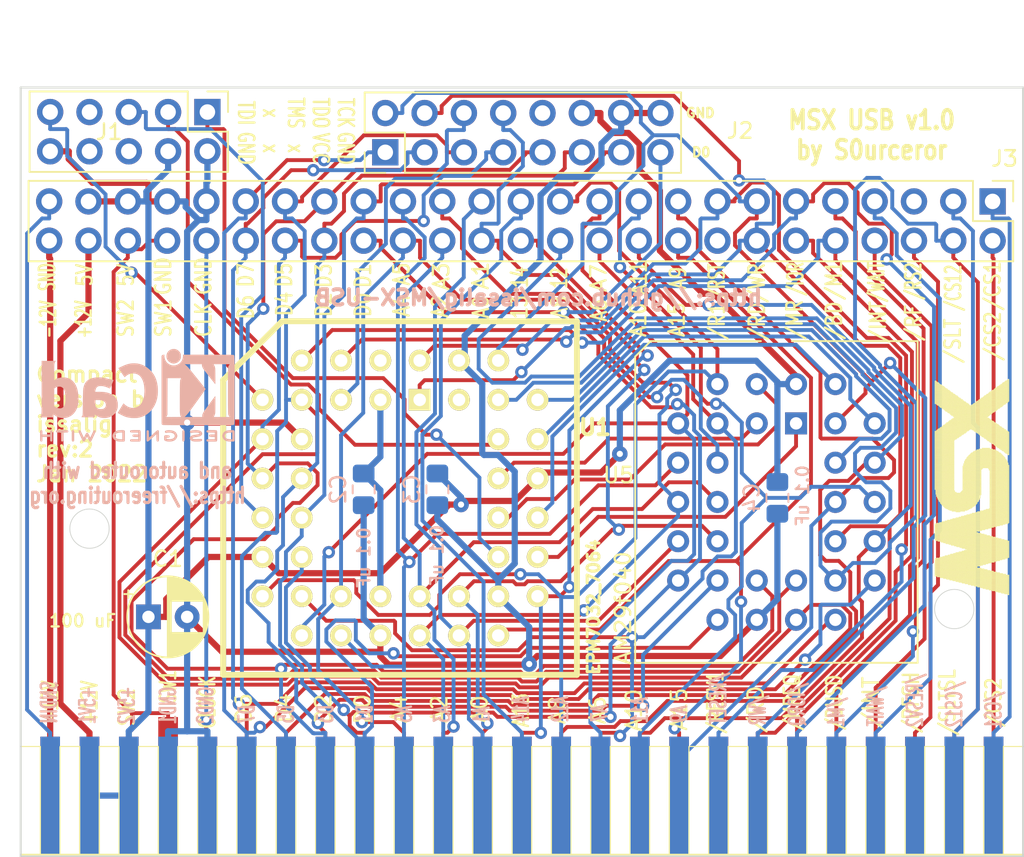
<source format=kicad_pcb>
(kicad_pcb (version 20171130) (host pcbnew 5.1.5+dfsg1-2build2)
  (layers (0 F.Cu signal) (31 B.Cu signal hide) (34 B.Paste user hide) (35 F.Paste user hide) (36 B.SilkS user) (37 F.SilkS user) (38 B.Mask user hide) (39 F.Mask user hide) (44 Edge.Cuts user))
  (net 0 "")
  (net 1 VCC)
  (net 2 GND)
  (net 3 IORQ_)
  (net 4 WR_)
  (net 5 A9)
  (net 6 A11)
  (net 7 A7)
  (net 8 A12)
  (net 9 A1)
  (net 10 A3)
  (net 11 A5)
  (net 12 D1)
  (net 13 D3)
  (net 14 D5)
  (net 15 D7)
  (net 16 D6)
  (net 17 D4)
  (net 18 D2)
  (net 19 D0)
  (net 20 A4)
  (net 21 A2)
  (net 22 A0)
  (net 23 A13)
  (net 24 A8)
  (net 25 A6)
  (net 26 A10)
  (net 27 A15)
  (net 28 RD_)
  (net 29 BUSDIR_)
  (net 30 SLTSL_)
  (net 31 CS_)
  (net 32 "Net-(J2-Pad10)")
  (net 33 "Net-(EDG1-Pad/RESV1)")
  (net 34 "Net-(EDG1-Pad/RESV2)")
  (net 35 TCK)
  (net 36 TDO)
  (net 37 TMS)
  (net 38 "Net-(J1-Pad6)")
  (net 39 "Net-(J1-Pad8)")
  (net 40 TDI)
  (net 41 MA17)
  (net 42 MA18)
  (net 43 MA15)
  (net 44 MA16)
  (net 45 MA14)
  (net 46 MA13)
  (net 47 RESET_)
  (net 48 "Net-(U1-Pad43)")
  (net 49 "Net-(U1-Pad2)")
  (net 50 "Net-(J1-Pad7)")
  (net 51 "Net-(J3-Pad16)")
  (net 52 "Net-(J3-Pad5)")
  (net 53 +12V)
  (net 54 -12V)
  (net 55 CS1)
  (net 56 CS2)
  (net 57 CS12)
  (net 58 INT)
  (net 59 M1)
  (net 60 RFSH)
  (net 61 WAIT)
  (net 62 A14)
  (net 63 CLOCK)
  (net 64 SOUNDIN)
  (net 65 SW1)
  (net 66 MREQ)
  (module Symbol:KiCad-Logo2_5mm_SilkScreen (layer B.Cu) (at 620.3188 -692.4548 180)
    (fp_text reference REF** hide)
    (fp_text value KiCad-Logo2_5mm_SilkScreen hide)
  )
  (module Connector_PinHeader_2.54mm:PinHeader_2x25_P2.54mm_Vertical (layer F.Cu) (at 675.576 -704.977 270)
    (fp_text reference J3 (at -2.7686 -0.7747 180) (layer F.SilkS))
    (fp_text value Conn_02x25_Odd_Even)
    (pad 50 thru_hole oval (at 2.54 60.96 270) (size 1.7 1.7) (drill 1) (layers *.Cu *.Mask) (net 54 -12V))
    (pad 49 thru_hole oval (at 0 60.96 270) (size 1.7 1.7) (drill 1) (layers *.Cu *.Mask) (net 64 SOUNDIN))
    (pad 48 thru_hole oval (at 2.54 58.42 270) (size 1.7 1.7) (drill 1) (layers *.Cu *.Mask) (net 53 +12V))
    (pad 47 thru_hole oval (at 0 58.42 270) (size 1.7 1.7) (drill 1) (layers *.Cu *.Mask) (net 1 VCC))
    (pad 46 thru_hole oval (at 2.54 55.88 270) (size 1.7 1.7) (drill 1) (layers *.Cu *.Mask) (net 65 SW1))
    (pad 45 thru_hole oval (at 0 55.88 270) (size 1.7 1.7) (drill 1) (layers *.Cu *.Mask) (net 1 VCC))
    (pad 44 thru_hole oval (at 2.54 53.34 270) (size 1.7 1.7) (drill 1) (layers *.Cu *.Mask) (net 65 SW1))
    (pad 43 thru_hole oval (at 0 53.34 270) (size 1.7 1.7) (drill 1) (layers *.Cu *.Mask) (net 2 GND))
    (pad 42 thru_hole oval (at 2.54 50.8 270) (size 1.7 1.7) (drill 1) (layers *.Cu *.Mask) (net 63 CLOCK))
    (pad 41 thru_hole oval (at 0 50.8 270) (size 1.7 1.7) (drill 1) (layers *.Cu *.Mask) (net 2 GND))
    (pad 40 thru_hole oval (at 2.54 48.26 270) (size 1.7 1.7) (drill 1) (layers *.Cu *.Mask) (net 16 D6))
    (pad 39 thru_hole oval (at 0 48.26 270) (size 1.7 1.7) (drill 1) (layers *.Cu *.Mask) (net 15 D7))
    (pad 38 thru_hole oval (at 2.54 45.72 270) (size 1.7 1.7) (drill 1) (layers *.Cu *.Mask) (net 17 D4))
    (pad 37 thru_hole oval (at 0 45.72 270) (size 1.7 1.7) (drill 1) (layers *.Cu *.Mask) (net 14 D5))
    (pad 36 thru_hole oval (at 2.54 43.18 270) (size 1.7 1.7) (drill 1) (layers *.Cu *.Mask) (net 18 D2))
    (pad 35 thru_hole oval (at 0 43.18 270) (size 1.7 1.7) (drill 1) (layers *.Cu *.Mask) (net 13 D3))
    (pad 34 thru_hole oval (at 2.54 40.64 270) (size 1.7 1.7) (drill 1) (layers *.Cu *.Mask) (net 19 D0))
    (pad 33 thru_hole oval (at 0 40.64 270) (size 1.7 1.7) (drill 1) (layers *.Cu *.Mask) (net 12 D1))
    (pad 32 thru_hole oval (at 2.54 38.1 270) (size 1.7 1.7) (drill 1) (layers *.Cu *.Mask) (net 20 A4))
    (pad 31 thru_hole oval (at 0 38.1 270) (size 1.7 1.7) (drill 1) (layers *.Cu *.Mask) (net 11 A5))
    (pad 30 thru_hole oval (at 2.54 35.56 270) (size 1.7 1.7) (drill 1) (layers *.Cu *.Mask) (net 21 A2))
    (pad 29 thru_hole oval (at 0 35.56 270) (size 1.7 1.7) (drill 1) (layers *.Cu *.Mask) (net 10 A3))
    (pad 28 thru_hole oval (at 2.54 33.02 270) (size 1.7 1.7) (drill 1) (layers *.Cu *.Mask) (net 22 A0))
    (pad 27 thru_hole oval (at 0 33.02 270) (size 1.7 1.7) (drill 1) (layers *.Cu *.Mask) (net 9 A1))
    (pad 26 thru_hole oval (at 2.54 30.48 270) (size 1.7 1.7) (drill 1) (layers *.Cu *.Mask) (net 23 A13))
    (pad 25 thru_hole oval (at 0 30.48 270) (size 1.7 1.7) (drill 1) (layers *.Cu *.Mask) (net 62 A14))
    (pad 24 thru_hole oval (at 2.54 27.94 270) (size 1.7 1.7) (drill 1) (layers *.Cu *.Mask) (net 24 A8))
    (pad 23 thru_hole oval (at 0 27.94 270) (size 1.7 1.7) (drill 1) (layers *.Cu *.Mask) (net 8 A12))
    (pad 22 thru_hole oval (at 2.54 25.4 270) (size 1.7 1.7) (drill 1) (layers *.Cu *.Mask) (net 25 A6))
    (pad 21 thru_hole oval (at 0 25.4 270) (size 1.7 1.7) (drill 1) (layers *.Cu *.Mask) (net 7 A7))
    (pad 20 thru_hole oval (at 2.54 22.86 270) (size 1.7 1.7) (drill 1) (layers *.Cu *.Mask) (net 26 A10))
    (pad 19 thru_hole oval (at 0 22.86 270) (size 1.7 1.7) (drill 1) (layers *.Cu *.Mask) (net 6 A11))
    (pad 18 thru_hole oval (at 2.54 20.32 270) (size 1.7 1.7) (drill 1) (layers *.Cu *.Mask) (net 27 A15))
    (pad 17 thru_hole oval (at 0 20.32 270) (size 1.7 1.7) (drill 1) (layers *.Cu *.Mask) (net 5 A9))
    (pad 16 thru_hole oval (at 2.54 17.78 270) (size 1.7 1.7) (drill 1) (layers *.Cu *.Mask) (net 51 "Net-(J3-Pad16)"))
    (pad 15 thru_hole oval (at 0 17.78 270) (size 1.7 1.7) (drill 1) (layers *.Cu *.Mask) (net 47 RESET_))
    (pad 14 thru_hole oval (at 2.54 15.24 270) (size 1.7 1.7) (drill 1) (layers *.Cu *.Mask) (net 28 RD_))
    (pad 13 thru_hole oval (at 0 15.24 270) (size 1.7 1.7) (drill 1) (layers *.Cu *.Mask) (net 4 WR_))
    (pad 12 thru_hole oval (at 2.54 12.7 270) (size 1.7 1.7) (drill 1) (layers *.Cu *.Mask) (net 66 MREQ))
    (pad 11 thru_hole oval (at 0 12.7 270) (size 1.7 1.7) (drill 1) (layers *.Cu *.Mask) (net 3 IORQ_))
    (pad 10 thru_hole oval (at 2.54 10.16 270) (size 1.7 1.7) (drill 1) (layers *.Cu *.Mask) (net 29 BUSDIR_))
    (pad 9 thru_hole oval (at 0 10.16 270) (size 1.7 1.7) (drill 1) (layers *.Cu *.Mask) (net 59 M1))
    (pad 8 thru_hole oval (at 2.54 7.62 270) (size 1.7 1.7) (drill 1) (layers *.Cu *.Mask) (net 58 INT))
    (pad 7 thru_hole oval (at 0 7.62 270) (size 1.7 1.7) (drill 1) (layers *.Cu *.Mask) (net 61 WAIT))
    (pad 6 thru_hole oval (at 2.54 5.08 270) (size 1.7 1.7) (drill 1) (layers *.Cu *.Mask) (net 60 RFSH))
    (pad 5 thru_hole oval (at 0 5.08 270) (size 1.7 1.7) (drill 1) (layers *.Cu *.Mask) (net 52 "Net-(J3-Pad5)"))
    (pad 4 thru_hole oval (at 2.54 2.54 270) (size 1.7 1.7) (drill 1) (layers *.Cu *.Mask) (net 30 SLTSL_))
    (pad 3 thru_hole oval (at 0 2.54 270) (size 1.7 1.7) (drill 1) (layers *.Cu *.Mask) (net 57 CS12))
    (pad 2 thru_hole oval (at 2.54 0 270) (size 1.7 1.7) (drill 1) (layers *.Cu *.Mask) (net 56 CS2))
    (pad 1 thru_hole rect (at 0 0 270) (size 1.7 1.7) (drill 1) (layers *.Cu *.Mask) (net 55 CS1))
  )
  (module msx-usb-kicad-cpld:LOGO_MSX (layer F.Cu) (at 670.941 -678.4848 90)
    (fp_text reference LOGO_MSX hide)
    (fp_text value "" (at 0 0 90) (layer F.SilkS) (effects (font (size 1.27 1.27))))
  )
  (module Capacitor_THT:CP_Radial_D5.0mm_P2.50mm (layer F.Cu) (at 621.03 -678.116)
    (fp_text reference C1 (at 1.25 -3.75) (layer F.SilkS))
    (fp_text value "100 uF")
    (pad 2 thru_hole circle (at 2.5 0) (size 1.6 1.6) (drill 0.8) (layers *.Cu *.Mask) (net 2 GND))
    (pad 1 thru_hole rect (at 0 0) (size 1.6 1.6) (drill 0.8) (layers *.Cu *.Mask) (net 1 VCC))
  )
  (module msx-usb-kicad-cpld:PLCC-32_THT-Socket (layer F.Cu) (at 662.876 -690.626)
    (fp_text reference U5 (at -11.4676 3.3528) (layer F.SilkS))
    (fp_text value AM29f040 (at -11.1755 11.938 270) (layer F.SilkS))
    (pad 29 thru_hole circle (at 5.08 0) (size 1.4224 1.4224) (drill 0.8) (layers *.Cu *.Mask) (net 45 MA14))
    (pad 27 thru_hole circle (at 5.08 2.54) (size 1.4224 1.4224) (drill 0.8) (layers *.Cu *.Mask) (net 24 A8))
    (pad 25 thru_hole circle (at 5.08 5.08) (size 1.4224 1.4224) (drill 0.8) (layers *.Cu *.Mask) (net 6 A11))
    (pad 23 thru_hole circle (at 5.08 7.62) (size 1.4224 1.4224) (drill 0.8) (layers *.Cu *.Mask) (net 26 A10))
    (pad 28 thru_hole circle (at 2.54 2.54) (size 1.4224 1.4224) (drill 0.8) (layers *.Cu *.Mask) (net 46 MA13))
    (pad 26 thru_hole circle (at 2.54 5.08) (size 1.4224 1.4224) (drill 0.8) (layers *.Cu *.Mask) (net 5 A9))
    (pad 24 thru_hole circle (at 2.54 7.62) (size 1.4224 1.4224) (drill 0.8) (layers *.Cu *.Mask) (net 28 RD_))
    (pad 22 thru_hole circle (at 2.54 10.16) (size 1.4224 1.4224) (drill 0.8) (layers *.Cu *.Mask) (net 30 SLTSL_))
    (pad 20 thru_hole circle (at 2.54 12.7) (size 1.4224 1.4224) (drill 0.8) (layers *.Cu *.Mask) (net 16 D6))
    (pad 18 thru_hole circle (at 0 12.7) (size 1.4224 1.4224) (drill 0.8) (layers *.Cu *.Mask) (net 17 D4))
    (pad 16 thru_hole circle (at -2.54 12.7) (size 1.4224 1.4224) (drill 0.8) (layers *.Cu *.Mask) (net 2 GND))
    (pad 14 thru_hole circle (at -5.08 12.7) (size 1.4224 1.4224) (drill 0.8) (layers *.Cu *.Mask) (net 12 D1))
    (pad 21 thru_hole circle (at 5.08 10.16) (size 1.4224 1.4224) (drill 0.8) (layers *.Cu *.Mask) (net 15 D7))
    (pad 19 thru_hole circle (at 0 10.16) (size 1.4224 1.4224) (drill 0.8) (layers *.Cu *.Mask) (net 14 D5))
    (pad 17 thru_hole circle (at -2.54 10.16) (size 1.4224 1.4224) (drill 0.8) (layers *.Cu *.Mask) (net 13 D3))
    (pad 15 thru_hole circle (at -5.08 10.16) (size 1.4224 1.4224) (drill 0.8) (layers *.Cu *.Mask) (net 18 D2))
    (pad 13 thru_hole circle (at -7.62 10.16) (size 1.4224 1.4224) (drill 0.8) (layers *.Cu *.Mask) (net 19 D0))
    (pad 11 thru_hole circle (at -7.62 7.62) (size 1.4224 1.4224) (drill 0.8) (layers *.Cu *.Mask) (net 9 A1))
    (pad 9 thru_hole circle (at -7.62 5.08) (size 1.4224 1.4224) (drill 0.8) (layers *.Cu *.Mask) (net 10 A3))
    (pad 7 thru_hole circle (at -7.62 2.54) (size 1.4224 1.4224) (drill 0.8) (layers *.Cu *.Mask) (net 11 A5))
    (pad 5 thru_hole circle (at -7.62 0) (size 1.4224 1.4224) (drill 0.8) (layers *.Cu *.Mask) (net 7 A7))
    (pad 12 thru_hole circle (at -5.08 7.62) (size 1.4224 1.4224) (drill 0.8) (layers *.Cu *.Mask) (net 22 A0))
    (pad 10 thru_hole circle (at -5.08 5.08) (size 1.4224 1.4224) (drill 0.8) (layers *.Cu *.Mask) (net 21 A2))
    (pad 8 thru_hole circle (at -5.08 2.54) (size 1.4224 1.4224) (drill 0.8) (layers *.Cu *.Mask) (net 20 A4))
    (pad 6 thru_hole circle (at -5.08 0) (size 1.4224 1.4224) (drill 0.8) (layers *.Cu *.Mask) (net 25 A6))
    (pad 30 thru_hole circle (at 2.54 -2.54) (size 1.4224 1.4224) (drill 0.8) (layers *.Cu *.Mask) (net 41 MA17))
    (pad 32 thru_hole circle (at 0 -2.54) (size 1.4224 1.4224) (drill 0.8) (layers *.Cu *.Mask) (net 1 VCC))
    (pad 4 thru_hole circle (at -5.08 -2.54) (size 1.4224 1.4224) (drill 0.8) (layers *.Cu *.Mask) (net 8 A12))
    (pad 2 thru_hole circle (at -2.54 -2.54) (size 1.4224 1.4224) (drill 0.8) (layers *.Cu *.Mask) (net 44 MA16))
    (pad 31 thru_hole circle (at 2.54 0) (size 1.4224 1.4224) (drill 0.8) (layers *.Cu *.Mask) (net 4 WR_))
    (pad 3 thru_hole circle (at -2.54 0) (size 1.4224 1.4224) (drill 0.8) (layers *.Cu *.Mask) (net 43 MA15))
    (pad 1 thru_hole rect (at 0 0) (size 1.4224 1.4224) (drill 0.8) (layers *.Cu *.Mask) (net 42 MA18))
  )
  (module msx-usb-kicad-cpld:PLCC44 (layer F.Cu) (at 637.286 -685.8 270)
    (fp_text reference U1 (at -4.572 -12.5984 180) (layer F.SilkS) (effects (font (thickness 0.25))))
    (fp_text value EPM7032_7064 (at 7.0485 -12.5095 90) (layer F.SilkS) (effects (font (size 0.762 0.762) (thickness 0.1905))))
    (pad 44 thru_hole circle (at -8.89 -1.27 270) (size 1.397 1.397) (drill 0.8128) (layers *.Cu *.Mask F.SilkS) (net 47 RESET_))
    (pad 43 thru_hole circle (at -6.35 -3.81 270) (size 1.397 1.397) (drill 0.8128) (layers *.Cu *.Mask F.SilkS) (net 48 "Net-(U1-Pad43)"))
    (pad 42 thru_hole circle (at -8.89 -3.81 270) (size 1.397 1.397) (drill 0.8128) (layers *.Cu *.Mask F.SilkS) (net 2 GND))
    (pad 41 thru_hole circle (at -6.35 -6.35 270) (size 1.397 1.397) (drill 0.8128) (layers *.Cu *.Mask F.SilkS) (net 30 SLTSL_))
    (pad 40 thru_hole circle (at -8.89 -6.35 270) (size 1.397 1.397) (drill 0.8128) (layers *.Cu *.Mask F.SilkS) (net 4 WR_))
    (pad 39 thru_hole circle (at -6.35 -8.89 270) (size 1.397 1.397) (drill 0.8128) (layers *.Cu *.Mask F.SilkS) (net 46 MA13))
    (pad 38 thru_hole circle (at -3.81 -6.35 270) (size 1.397 1.397) (drill 0.8128) (layers *.Cu *.Mask F.SilkS) (net 36 TDO))
    (pad 37 thru_hole circle (at -3.81 -8.89 270) (size 1.397 1.397) (drill 0.8128) (layers *.Cu *.Mask F.SilkS) (net 45 MA14))
    (pad 36 thru_hole circle (at -1.27 -6.35 270) (size 1.397 1.397) (drill 0.8128) (layers *.Cu *.Mask F.SilkS) (net 43 MA15))
    (pad 35 thru_hole circle (at -1.27 -8.89 270) (size 1.397 1.397) (drill 0.8128) (layers *.Cu *.Mask F.SilkS) (net 1 VCC))
    (pad 34 thru_hole circle (at 1.27 -6.35 270) (size 1.397 1.397) (drill 0.8128) (layers *.Cu *.Mask F.SilkS) (net 44 MA16))
    (pad 33 thru_hole circle (at 1.27 -8.89 270) (size 1.397 1.397) (drill 0.8128) (layers *.Cu *.Mask F.SilkS) (net 41 MA17))
    (pad 32 thru_hole circle (at 3.81 -6.35 270) (size 1.397 1.397) (drill 0.8128) (layers *.Cu *.Mask F.SilkS) (net 35 TCK))
    (pad 31 thru_hole circle (at 3.81 -8.89 270) (size 1.397 1.397) (drill 0.8128) (layers *.Cu *.Mask F.SilkS) (net 42 MA18))
    (pad 30 thru_hole circle (at 6.35 -6.35 270) (size 1.397 1.397) (drill 0.8128) (layers *.Cu *.Mask F.SilkS) (net 2 GND))
    (pad 29 thru_hole circle (at 6.35 -8.89 270) (size 1.397 1.397) (drill 0.8128) (layers *.Cu *.Mask F.SilkS) (net 23 A13))
    (pad 28 thru_hole circle (at 8.89 -6.35 270) (size 1.397 1.397) (drill 0.8128) (layers *.Cu *.Mask F.SilkS) (net 27 A15))
    (pad 27 thru_hole circle (at 6.35 -3.81 270) (size 1.397 1.397) (drill 0.8128) (layers *.Cu *.Mask F.SilkS) (net 22 A0))
    (pad 26 thru_hole circle (at 8.89 -3.81 270) (size 1.397 1.397) (drill 0.8128) (layers *.Cu *.Mask F.SilkS) (net 9 A1))
    (pad 25 thru_hole circle (at 6.35 -1.27 270) (size 1.397 1.397) (drill 0.8128) (layers *.Cu *.Mask F.SilkS) (net 21 A2))
    (pad 24 thru_hole circle (at 8.89 -1.27 270) (size 1.397 1.397) (drill 0.8128) (layers *.Cu *.Mask F.SilkS) (net 10 A3))
    (pad 23 thru_hole circle (at 6.35 1.27 270) (size 1.397 1.397) (drill 0.8128) (layers *.Cu *.Mask F.SilkS) (net 1 VCC))
    (pad 22 thru_hole circle (at 8.89 1.27 270) (size 1.397 1.397) (drill 0.8128) (layers *.Cu *.Mask F.SilkS) (net 2 GND))
    (pad 21 thru_hole circle (at 6.35 3.81 270) (size 1.397 1.397) (drill 0.8128) (layers *.Cu *.Mask F.SilkS) (net 20 A4))
    (pad 20 thru_hole circle (at 8.89 3.81 270) (size 1.397 1.397) (drill 0.8128) (layers *.Cu *.Mask F.SilkS) (net 11 A5))
    (pad 19 thru_hole circle (at 6.35 6.35 270) (size 1.397 1.397) (drill 0.8128) (layers *.Cu *.Mask F.SilkS) (net 25 A6))
    (pad 18 thru_hole circle (at 8.89 6.35 270) (size 1.397 1.397) (drill 0.8128) (layers *.Cu *.Mask F.SilkS) (net 7 A7))
    (pad 17 thru_hole circle (at 6.35 8.89 270) (size 1.397 1.397) (drill 0.8128) (layers *.Cu *.Mask F.SilkS) (net 8 A12))
    (pad 16 thru_hole circle (at 3.81 6.35 270) (size 1.397 1.397) (drill 0.8128) (layers *.Cu *.Mask F.SilkS) (net 19 D0))
    (pad 15 thru_hole circle (at 3.81 8.89 270) (size 1.397 1.397) (drill 0.8128) (layers *.Cu *.Mask F.SilkS) (net 1 VCC))
    (pad 14 thru_hole circle (at 1.27 6.35 270) (size 1.397 1.397) (drill 0.8128) (layers *.Cu *.Mask F.SilkS) (net 12 D1))
    (pad 13 thru_hole circle (at 1.27 8.89 270) (size 1.397 1.397) (drill 0.8128) (layers *.Cu *.Mask F.SilkS) (net 37 TMS))
    (pad 12 thru_hole circle (at -1.27 6.35 270) (size 1.397 1.397) (drill 0.8128) (layers *.Cu *.Mask F.SilkS) (net 18 D2))
    (pad 11 thru_hole circle (at -1.27 8.89 270) (size 1.397 1.397) (drill 0.8128) (layers *.Cu *.Mask F.SilkS) (net 13 D3))
    (pad 10 thru_hole circle (at -3.81 6.35 270) (size 1.397 1.397) (drill 0.8128) (layers *.Cu *.Mask F.SilkS) (net 2 GND))
    (pad 9 thru_hole circle (at -3.81 8.89 270) (size 1.397 1.397) (drill 0.8128) (layers *.Cu *.Mask F.SilkS) (net 17 D4))
    (pad 8 thru_hole circle (at -6.35 6.35 270) (size 1.397 1.397) (drill 0.8128) (layers *.Cu *.Mask F.SilkS) (net 14 D5))
    (pad 7 thru_hole circle (at -6.35 8.89 270) (size 1.397 1.397) (drill 0.8128) (layers *.Cu *.Mask F.SilkS) (net 40 TDI))
    (pad 6 thru_hole circle (at -8.89 6.35 270) (size 1.397 1.397) (drill 0.8128) (layers *.Cu *.Mask F.SilkS) (net 29 BUSDIR_))
    (pad 5 thru_hole circle (at -6.35 3.81 270) (size 1.397 1.397) (drill 0.8128) (layers *.Cu *.Mask F.SilkS) (net 31 CS_))
    (pad 4 thru_hole circle (at -8.89 3.81 270) (size 1.397 1.397) (drill 0.8128) (layers *.Cu *.Mask F.SilkS) (net 3 IORQ_))
    (pad 3 thru_hole circle (at -6.35 1.27 270) (size 1.397 1.397) (drill 0.8128) (layers *.Cu *.Mask F.SilkS) (net 1 VCC))
    (pad 2 thru_hole circle (at -8.89 1.27 270) (size 1.397 1.397) (drill 0.8128) (layers *.Cu *.Mask F.SilkS) (net 49 "Net-(U1-Pad2)"))
    (pad 1 thru_hole rect (at -6.35 -1.27 270) (size 1.397 1.397) (drill 0.8128) (layers *.Cu *.Mask F.SilkS) (net 28 RD_))
  )
  (module msx-usb-kicad-cpld:PinHeader_2x08_P2.54mm_Vertical (layer F.Cu) (at 636.334 -708.152 90)
    (fp_text reference J2 (at 1.397 22.923 180) (layer F.SilkS))
    (fp_text value Conn_02x08_Odd_Even)
    (pad 1 thru_hole rect (at 0 0 90) (size 1.7 1.7) (drill 1) (layers *.Cu *.Mask) (net 15 D7))
    (pad 2 thru_hole oval (at 2.54 0 90) (size 1.7 1.7) (drill 1) (layers *.Cu *.Mask) (net 4 WR_))
    (pad 3 thru_hole oval (at 0 2.54 90) (size 1.7 1.7) (drill 1) (layers *.Cu *.Mask) (net 16 D6))
    (pad 4 thru_hole oval (at 2.54 2.54 90) (size 1.7 1.7) (drill 1) (layers *.Cu *.Mask) (net 28 RD_))
    (pad 5 thru_hole oval (at 0 5.08 90) (size 1.7 1.7) (drill 1) (layers *.Cu *.Mask) (net 14 D5))
    (pad 6 thru_hole oval (at 2.54 5.08 90) (size 1.7 1.7) (drill 1) (layers *.Cu *.Mask) (net 31 CS_))
    (pad 7 thru_hole oval (at 0 7.62 90) (size 1.7 1.7) (drill 1) (layers *.Cu *.Mask) (net 17 D4))
    (pad 8 thru_hole oval (at 2.54 7.62 90) (size 1.7 1.7) (drill 1) (layers *.Cu *.Mask) (net 22 A0))
    (pad 9 thru_hole oval (at 0 10.16 90) (size 1.7 1.7) (drill 1) (layers *.Cu *.Mask) (net 13 D3))
    (pad 10 thru_hole oval (at 2.54 10.16 90) (size 1.7 1.7) (drill 1) (layers *.Cu *.Mask) (net 32 "Net-(J2-Pad10)"))
    (pad 11 thru_hole oval (at 0 12.7 90) (size 1.7 1.7) (drill 1) (layers *.Cu *.Mask) (net 18 D2))
    (pad 12 thru_hole oval (at 2.54 12.7 90) (size 1.7 1.7) (drill 1) (layers *.Cu *.Mask) (net 1 VCC))
    (pad 13 thru_hole oval (at 0 15.24 90) (size 1.7 1.7) (drill 1) (layers *.Cu *.Mask) (net 12 D1))
    (pad 14 thru_hole oval (at 2.54 15.24 90) (size 1.7 1.7) (drill 1) (layers *.Cu *.Mask) (net 2 GND))
    (pad 15 thru_hole oval (at 0 17.78 90) (size 1.7 1.7) (drill 1) (layers *.Cu *.Mask) (net 19 D0))
    (pad 16 thru_hole oval (at 2.54 17.78 90) (size 1.7 1.7) (drill 1) (layers *.Cu *.Mask) (net 2 GND))
  )
  (module msx-usb-kicad-cpld:PinHeader_2x05_P2.54mm_Vertical (layer F.Cu) (at 624.84 -710.756 270)
    (fp_text reference J1 (at 1.2827 6.35 180) (layer F.SilkS))
    (fp_text value AVR-JTAG-10)
    (pad 1 thru_hole rect (at 0 0 270) (size 1.7 1.7) (drill 1) (layers *.Cu *.Mask) (net 35 TCK))
    (pad 2 thru_hole oval (at 2.54 0 270) (size 1.7 1.7) (drill 1) (layers *.Cu *.Mask) (net 2 GND))
    (pad 3 thru_hole oval (at 0 2.54 270) (size 1.7 1.7) (drill 1) (layers *.Cu *.Mask) (net 36 TDO))
    (pad 4 thru_hole oval (at 2.54 2.54 270) (size 1.7 1.7) (drill 1) (layers *.Cu *.Mask) (net 1 VCC))
    (pad 5 thru_hole oval (at 0 5.08 270) (size 1.7 1.7) (drill 1) (layers *.Cu *.Mask) (net 37 TMS))
    (pad 6 thru_hole oval (at 2.54 5.08 270) (size 1.7 1.7) (drill 1) (layers *.Cu *.Mask) (net 38 "Net-(J1-Pad6)"))
    (pad 7 thru_hole oval (at 0 7.62 270) (size 1.7 1.7) (drill 1) (layers *.Cu *.Mask) (net 50 "Net-(J1-Pad7)"))
    (pad 8 thru_hole oval (at 2.54 7.62 270) (size 1.7 1.7) (drill 1) (layers *.Cu *.Mask) (net 39 "Net-(J1-Pad8)"))
    (pad 9 thru_hole oval (at 0 10.16 270) (size 1.7 1.7) (drill 1) (layers *.Cu *.Mask) (net 40 TDI))
    (pad 10 thru_hole oval (at 2.54 10.16 270) (size 1.7 1.7) (drill 1) (layers *.Cu *.Mask) (net 2 GND))
  )
  (module msx-usb-kicad-cpld:msx-con-MSXCART (layer F.Cu) (at 641.35 -703.39)
    (fp_text reference EDG1 hide)
    (fp_text value MSX_CON hide)
    (pad +5V1 smd rect (at -24.13 36.83) (size 1.27 7.62) (layers B.Cu B.Mask) (net 1 VCC))
    (pad +5V2 smd rect (at -21.59 36.83) (size 1.27 7.62) (layers B.Cu B.Mask) (net 1 VCC))
    (pad +12V smd rect (at -24.13 36.83) (size 1.27 7.62) (layers F.Cu F.Paste F.Mask) (net 53 +12V))
    (pad -12V smd rect (at -26.67 36.83) (size 1.27 7.62) (layers F.Cu F.Paste F.Mask) (net 54 -12V))
    (pad /BUSDIR smd rect (at 24.13 36.83) (size 1.27 7.62) (layers F.Cu F.Paste F.Mask) (net 29 BUSDIR_))
    (pad /CS1 smd rect (at 34.29 36.83) (size 1.27 7.62) (layers B.Cu B.Mask) (net 55 CS1))
    (pad /CS2 smd rect (at 34.29 36.83) (size 1.27 7.62) (layers F.Cu F.Paste F.Mask) (net 56 CS2))
    (pad /CS12 smd rect (at 31.75 36.83) (size 1.27 7.62) (layers B.Cu B.Mask) (net 57 CS12))
    (pad /INT smd rect (at 26.67 36.83) (size 1.27 7.62) (layers F.Cu F.Paste F.Mask) (net 58 INT))
    (pad /IORQ smd rect (at 21.59 36.83) (size 1.27 7.62) (layers B.Cu B.Mask) (net 3 IORQ_))
    (pad /M1 smd rect (at 24.13 36.83) (size 1.27 7.62) (layers B.Cu B.Mask) (net 59 M1))
    (pad /MREQ smd rect (at 21.59 36.83) (size 1.27 7.62) (layers F.Cu F.Paste F.Mask) (net 66 MREQ))
    (pad /RD smd rect (at 19.05 36.83) (size 1.27 7.62) (layers F.Cu F.Paste F.Mask) (net 28 RD_))
    (pad /RESET smd rect (at 16.51 36.83) (size 1.27 7.62) (layers B.Cu B.Mask) (net 47 RESET_))
    (pad /RESV1 smd rect (at 16.51 36.83) (size 1.27 7.62) (layers F.Cu F.Paste F.Mask) (net 33 "Net-(EDG1-Pad/RESV1)"))
    (pad /RESV2 smd rect (at 29.21 36.83) (size 1.27 7.62) (layers B.Cu B.Mask) (net 34 "Net-(EDG1-Pad/RESV2)"))
    (pad /RFSH smd rect (at 29.21 36.83) (size 1.27 7.62) (layers F.Cu F.Paste F.Mask) (net 60 RFSH))
    (pad /SLTSL smd rect (at 31.75 36.83) (size 1.27 7.62) (layers F.Cu F.Paste F.Mask) (net 30 SLTSL_))
    (pad /WAIT smd rect (at 26.67 36.83) (size 1.27 7.62) (layers B.Cu B.Mask) (net 61 WAIT))
    (pad /WR smd rect (at 19.05 36.83) (size 1.27 7.62) (layers B.Cu B.Mask) (net 4 WR_))
    (pad A0 smd rect (at 1.27 36.83) (size 1.27 7.62) (layers F.Cu F.Paste F.Mask) (net 22 A0))
    (pad A1 smd rect (at 1.27 36.83) (size 1.27 7.62) (layers B.Cu B.Mask) (net 9 A1))
    (pad A2 smd rect (at -1.27 36.83) (size 1.27 7.62) (layers F.Cu F.Paste F.Mask) (net 21 A2))
    (pad A3 smd rect (at -1.27 36.83) (size 1.27 7.62) (layers B.Cu B.Mask) (net 10 A3))
    (pad A4 smd rect (at -3.81 36.83) (size 1.27 7.62) (layers F.Cu F.Paste F.Mask) (net 20 A4))
    (pad A5 smd rect (at -3.81 36.83) (size 1.27 7.62) (layers B.Cu B.Mask) (net 11 A5))
    (pad A6 smd rect (at 8.89 36.83) (size 1.27 7.62) (layers F.Cu F.Paste F.Mask) (net 25 A6))
    (pad A7 smd rect (at 8.89 36.83) (size 1.27 7.62) (layers B.Cu B.Mask) (net 7 A7))
    (pad A8 smd rect (at 6.35 36.83) (size 1.27 7.62) (layers F.Cu F.Paste F.Mask) (net 24 A8))
    (pad A9 smd rect (at 13.97 36.83) (size 1.27 7.62) (layers B.Cu B.Mask) (net 5 A9))
    (pad A10 smd rect (at 11.43 36.83) (size 1.27 7.62) (layers F.Cu F.Paste F.Mask) (net 26 A10))
    (pad A11 smd rect (at 11.43 36.83) (size 1.27 7.62) (layers B.Cu B.Mask) (net 6 A11))
    (pad A12 smd rect (at 6.35 36.83) (size 1.27 7.62) (layers B.Cu B.Mask) (net 8 A12))
    (pad A13 smd rect (at 3.81 36.83) (size 1.27 7.62) (layers F.Cu F.Paste F.Mask) (net 23 A13))
    (pad A14 smd rect (at 3.81 36.83) (size 1.27 7.62) (layers B.Cu B.Mask) (net 62 A14))
    (pad A15 smd rect (at 13.97 36.83) (size 1.27 7.62) (layers F.Cu F.Paste F.Mask) (net 27 A15))
    (pad CLOCK smd rect (at -16.51 36.83) (size 1.27 7.62) (layers F.Cu F.Paste F.Mask) (net 63 CLOCK))
    (pad D0 smd rect (at -6.35 36.83) (size 1.27 7.62) (layers F.Cu F.Paste F.Mask) (net 19 D0))
    (pad D1 smd rect (at -6.35 36.83) (size 1.27 7.62) (layers B.Cu B.Mask) (net 12 D1))
    (pad D2 smd rect (at -8.89 36.83) (size 1.27 7.62) (layers F.Cu F.Paste F.Mask) (net 18 D2))
    (pad D3 smd rect (at -8.89 36.83) (size 1.27 7.62) (layers B.Cu B.Mask) (net 13 D3))
    (pad D4 smd rect (at -11.43 36.83) (size 1.27 7.62) (layers F.Cu F.Paste F.Mask) (net 17 D4))
    (pad D5 smd rect (at -11.43 36.83) (size 1.27 7.62) (layers B.Cu B.Mask) (net 14 D5))
    (pad D6 smd rect (at -13.97 36.83) (size 1.27 7.62) (layers F.Cu F.Paste F.Mask) (net 16 D6))
    (pad D7 smd rect (at -13.97 36.83) (size 1.27 7.62) (layers B.Cu B.Mask) (net 15 D7))
    (pad GND1 smd rect (at -19.05 36.83) (size 1.27 7.62) (layers B.Cu B.Mask) (net 2 GND))
    (pad GND2 smd rect (at -16.51 36.83) (size 1.27 7.62) (layers B.Cu B.Mask) (net 2 GND))
    (pad SOUNDIN smd rect (at -26.67 36.83) (size 1.27 7.62) (layers B.Cu B.Mask) (net 64 SOUNDIN))
    (pad SW1 smd rect (at -19.05 35.56) (size 1.27 7.62) (layers F.Cu F.Paste F.Mask) (net 65 SW1))
    (pad SW2 smd rect (at -21.59 36.83) (size 1.27 7.62) (layers F.Cu F.Paste F.Mask) (net 65 SW1))
  )
  (module Capacitor_SMD:C_0805_2012Metric_Pad1.15x1.40mm_HandSolder (layer B.Cu) (at 634.936 -686.362 270)
    (fp_text reference C2 (at 0 1.65 270) (layer B.SilkS) (effects (justify mirror)))
    (fp_text value "0.1 uF")
    (pad 1 smd roundrect (at -1.025 0 270) (size 1.15 1.4) (layers B.Cu B.Paste B.Mask) (roundrect_rratio 0.217391) (net 1 VCC))
    (pad 2 smd roundrect (at 1.025 0 270) (size 1.15 1.4) (layers B.Cu B.Paste B.Mask) (roundrect_rratio 0.217391) (net 2 GND))
  )
  (module Capacitor_SMD:C_0805_2012Metric_Pad1.15x1.40mm_HandSolder (layer B.Cu) (at 639.699 -686.362 270)
    (fp_text reference C3 (at 0 1.65 270) (layer B.SilkS) (effects (justify mirror)))
    (fp_text value "0.1 uF")
    (pad 2 smd roundrect (at 1.025 0 270) (size 1.15 1.4) (layers B.Cu B.Paste B.Mask) (roundrect_rratio 0.217391) (net 2 GND))
    (pad 1 smd roundrect (at -1.025 0 270) (size 1.15 1.4) (layers B.Cu B.Paste B.Mask) (roundrect_rratio 0.217391) (net 1 VCC))
  )
  (module Capacitor_SMD:C_0805_2012Metric_Pad1.15x1.40mm_HandSolder (layer B.Cu) (at 661.67 -685.809 270)
    (fp_text reference C4 (at 0 1.65 270) (layer B.SilkS) (effects (justify mirror)))
    (fp_text value "0.1 uF")
    (pad 1 smd roundrect (at -1.025 0 270) (size 1.15 1.4) (layers B.Cu B.Paste B.Mask) (roundrect_rratio 0.217391) (net 1 VCC))
    (pad 2 smd roundrect (at 1.025 0 270) (size 1.15 1.4) (layers B.Cu B.Paste B.Mask) (roundrect_rratio 0.217391) (net 2 GND))
  )
  (gr_text "and autorouted with\nhttps://freerouting.org" (at 620.3188 -686.7652) (layer B.SilkS) (effects (font (size 1 0.8) (thickness 0.2)) (justify mirror)))
  (gr_text /CS2 (at 675.5892 -696.2648 90) (layer F.SilkS) (effects (font (size 1 0.8))))
  (gr_text /SLT (at 672.9984 -695.96 90) (layer F.SilkS) (effects (font (size 1 0.8))))
  (gr_text /RF (at 670.4584 -697.1284 90) (layer F.SilkS) (effects (font (size 1 0.8))))
  (gr_text /INT (at 668.1724 -697.1792 90) (layer F.SilkS) (effects (font (size 1 0.8))))
  (gr_text /BD (at 665.3276 -697.2808 90) (layer F.SilkS) (effects (font (size 1 0.8))))
  (gr_text /MR (at 662.7876 -697.3316 90) (layer F.SilkS) (effects (font (size 1 0.8))))
  (gr_text /RD (at 660.3492 -697.23 90) (layer F.SilkS) (effects (font (size 1 0.8))))
  (gr_text /R1 (at 657.7584 -697.23 90) (layer F.SilkS) (effects (font (size 1 0.8))))
  (gr_text A15 (at 655.1676 -697.3316 90) (layer F.SilkS) (effects (font (size 1 0.8))))
  (gr_text A10 (at 652.6784 -697.3316 90) (layer F.SilkS) (effects (font (size 1 0.8))))
  (gr_text A6 (at 650.1384 -697.9412 90) (layer F.SilkS) (effects (font (size 1 0.8))))
  (gr_text A8 (at 647.5984 -698.1444 90) (layer F.SilkS) (effects (font (size 1 0.8))))
  (gr_text 13 (at 645.0076 -698.1444 90) (layer F.SilkS) (effects (font (size 1 0.8))))
  (gr_text A0 (at 642.5184 -698.1444 90) (layer F.SilkS) (effects (font (size 1 0.8))))
  (gr_text A2 (at 639.8768 -698.1952 90) (layer F.SilkS) (effects (font (size 1 0.8))))
  (gr_text A4 (at 637.3876 -698.246 90) (layer F.SilkS) (effects (font (size 1 0.8))))
  (gr_text D0 (at 634.8984 -698.2968 90) (layer F.SilkS) (effects (font (size 1 0.8))))
  (gr_text D2 (at 632.3584 -698.2968 90) (layer F.SilkS) (effects (font (size 1 0.8))))
  (gr_text D4 (at 629.8184 -698.3476 90) (layer F.SilkS) (effects (font (size 1 0.8))))
  (gr_text +12V (at 616.839 -697.357 90) (layer F.SilkS) (effects (font (size 1 0.6))))
  (gr_text "0.1 uF" (at 663.2956 -685.9524 90) (layer B.SilkS) (effects (font (size 0.8 0.8)) (justify mirror)))
  (gr_text "0.1 uF" (at 639.6736 -682.0916 90) (layer B.SilkS) (effects (font (size 0.8 0.8)) (justify mirror)))
  (gr_text "0.1 uF" (at 634.9492 -681.9392 90) (layer B.SilkS) (effects (font (size 0.8 0.8)) (justify mirror)))
  (gr_text "100 uF" (at 616.7755 -677.8625) (layer F.SilkS) (effects (font (size 0.8 0.8))))
  (gr_text https://github.com/issalig/MSX-USB (at 646.2268 -698.754) (layer B.SilkS) (effects (font (size 1 1) (thickness 0.25)) (justify mirror)))
  (gr_text "MSX USB v1.0\nby S0urceror" (at 667.766 -709.2696) (layer F.SilkS) (effects (font (size 1.2 1) (thickness 0.25))))
  (gr_text D0 (at 656.7424 -708.152) (layer F.SilkS) (effects (font (size 0.6 0.6))))
  (gr_text /CS1 (at 675.5765 -699.516 90) (layer F.SilkS) (effects (font (size 1 0.8))))
  (gr_text /CS12 (at 673.0365 -699.389 90) (layer F.SilkS) (effects (font (size 1 0.6))))
  (gr_text /RS2 (at 670.4584 -699.8208 90) (layer F.SilkS) (effects (font (size 1 0.6))))
  (gr_text /WAIT (at 668.0708 -699.77 90) (layer F.SilkS) (effects (font (size 1 0.6))))
  (gr_text /M1 (at 665.3276 -699.8716 90) (layer F.SilkS) (effects (font (size 1 0.8))))
  (gr_text A9 (at 655.2565 -700.024 90) (layer F.SilkS) (effects (font (size 1 0.8))))
  (gr_text /RST (at 657.7584 -699.8208 90) (layer F.SilkS) (effects (font (size 1 0.6))))
  (gr_text /WR (at 660.3365 -699.7192 90) (layer F.SilkS) (effects (font (size 1 0.8))))
  (gr_text /IOR (at 662.8384 -699.9732 90) (layer F.SilkS) (effects (font (size 1 0.6))))
  (gr_text A11 (at 652.7165 -700.024 90) (layer F.SilkS) (effects (font (size 1 0.8))))
  (gr_text A1 (at 642.493 -700.1764 90) (layer F.SilkS) (effects (font (size 1 1))))
  (gr_text 14 (at 645.033 -700.0748 90) (layer F.SilkS) (effects (font (size 1 0.7))))
  (gr_text 12 (at 647.573 -700.024 90) (layer F.SilkS) (effects (font (size 1 0.7))))
  (gr_text A7 (at 650.113 -700.024 90) (layer F.SilkS) (effects (font (size 1 1))))
  (gr_text A3 (at 639.953 -700.1256 90) (layer F.SilkS) (effects (font (size 1 1))))
  (gr_text D5 (at 629.793 -700.2145 90) (layer F.SilkS) (effects (font (size 1 0.8))))
  (gr_text D3 (at 632.3584 -700.1764 90) (layer F.SilkS) (effects (font (size 1 0.8))))
  (gr_text D1 (at 634.8984 -700.1764 90) (layer F.SilkS) (effects (font (size 1 0.8))))
  (gr_text A5 (at 637.3876 -700.278 90) (layer F.SilkS) (effects (font (size 1 0.8))))
  (gr_text D7 (at 627.3165 -700.2145 90) (layer F.SilkS) (effects (font (size 1 0.8))))
  (gr_text 5V (at 616.9025 -700.2145 90) (layer F.SilkS) (effects (font (size 1 0.8))))
  (gr_text 5V (at 619.5695 -700.2145 90) (layer F.SilkS) (effects (font (size 1 0.8))))
  (gr_text GND (at 621.9825 -700.151 90) (layer F.SilkS) (effects (font (size 1 0.8))))
  (gr_text GND (at 624.586 -700.151 90) (layer F.SilkS) (effects (font (size 1 0.8))))
  (gr_text SND (at 614.4895 -700.0875 90) (layer F.SilkS) (effects (font (size 1 0.6))))
  (gr_text GND (at 656.6916 -710.692) (layer F.SilkS) (effects (font (size 0.6 0.6))))
  (gr_text -12V (at 614.553 -697.357 90) (layer F.SilkS) (effects (font (size 1 0.6))))
  (gr_text SW1 (at 621.9952 -697.4332 90) (layer F.SilkS) (effects (font (size 1 0.8))))
  (gr_text SW2 (at 619.5568 -697.4332 90) (layer F.SilkS) (effects (font (size 1 0.8))))
  (gr_text D6 (at 627.3292 -698.1444 90) (layer F.SilkS) (effects (font (size 1 0.8))))
  (gr_text CLK (at 624.586 -697.3316 90) (layer F.SilkS) (effects (font (size 1 0.8))))
  (gr_line (start 677.545 -662.6225) (end 677.545 -712.343) (layer Edge.Cuts) (width 0.127))
  (gr_text "Compact\nversion by \nissalig\nrev:2\nJan 2022" (at 613.664 -690.5752) (layer F.SilkS) (effects (font (size 1 1) (thickness 0.2)) (justify left)))
  (gr_text "GND\nVCC\nx\nx\nGND" (at 630.555 -708.406 270) (layer F.SilkS) (effects (font (size 1 0.7))))
  (gr_text "TCK\nTDO\nTMS\nx\nTDI" (at 630.555 -710.692 270) (layer F.SilkS) (effects (font (size 1 0.7))))
  (gr_text SNDIN (at 614.6165 -672.592 90) (layer B.SilkS) (effects (font (size 1 0.6)) (justify mirror)))
  (gr_text GND2 (at 624.713 -672.4015 90) (layer B.SilkS) (effects (font (size 1 0.6)) (justify mirror)))
  (gr_text GND1 (at 622.3 -672.3888 90) (layer B.SilkS) (effects (font (size 1 0.6)) (justify mirror)))
  (gr_text +5V2 (at 619.633 -672.4015 90) (layer B.SilkS) (effects (font (size 1 0.6)) (justify mirror)))
  (gr_text +5V1 (at 617.093 -672.4015 90) (layer B.SilkS) (effects (font (size 1 0.6)) (justify mirror)))
  (gr_text D7 (at 627.38 -671.83 90) (layer B.SilkS) (effects (font (size 1 0.6)) (justify mirror)))
  (gr_text A5 (at 637.54 -671.83 90) (layer B.SilkS) (effects (font (size 1 0.6)) (justify mirror)))
  (gr_text D1 (at 635 -671.83 90) (layer B.SilkS) (effects (font (size 1 0.6)) (justify mirror)))
  (gr_text D3 (at 632.46 -671.83 90) (layer B.SilkS) (effects (font (size 1 0.6)) (justify mirror)))
  (gr_text D5 (at 629.92 -671.83 90) (layer B.SilkS) (effects (font (size 1 0.6)) (justify mirror)))
  (gr_text A3 (at 640.0165 -671.83 90) (layer B.SilkS) (effects (font (size 1 0.6)) (justify mirror)))
  (gr_text A7 (at 650.1765 -671.8935 90) (layer B.SilkS) (effects (font (size 1 0.6)) (justify mirror)))
  (gr_text A12 (at 647.6365 -672.1475 90) (layer B.SilkS) (effects (font (size 1 0.6)) (justify mirror)))
  (gr_text A14 (at 645.0965 -672.1475 90) (layer B.SilkS) (effects (font (size 1 0.6)) (justify mirror)))
  (gr_text A1 (at 642.5565 -671.7665 90) (layer B.SilkS) (effects (font (size 1 0.6)) (justify mirror)))
  (gr_text A11 (at 652.78 -672.084 90) (layer B.SilkS) (effects (font (size 1 0.6)) (justify mirror)))
  (gr_text /IORQ (at 662.94 -672.465 90) (layer B.SilkS) (effects (font (size 1 0.6)) (justify mirror)))
  (gr_text /WR (at 660.4 -672.084 90) (layer B.SilkS) (effects (font (size 1 0.6)) (justify mirror)))
  (gr_text /RESET (at 657.86 -672.846 90) (layer B.SilkS) (effects (font (size 1 0.6)) (justify mirror)))
  (gr_text A9 (at 655.32 -671.83 90) (layer B.SilkS) (effects (font (size 1 0.6)) (justify mirror)))
  (gr_text /M1 (at 665.48 -671.957 90) (layer B.SilkS) (effects (font (size 1 0.6)) (justify mirror)))
  (gr_text /WAIT (at 668.02 -672.338 90) (layer B.SilkS) (effects (font (size 1 0.6)) (justify mirror)))
  (gr_text /RESV2 (at 670.56 -672.719 90) (layer B.SilkS) (effects (font (size 1 0.6)) (justify mirror)))
  (gr_text /CS12 (at 673.1 -672.465 90) (layer B.SilkS) (effects (font (size 1 0.6)) (justify mirror)))
  (gr_text /CS1 (at 675.64 -672.084 90) (layer B.SilkS) (effects (font (size 1 0.6)) (justify mirror)))
  (gr_text /CS2 (at 675.64 -672.592 90) (layer F.SilkS) (effects (font (size 1 0.8))))
  (gr_text /RFSH (at 670.306 -672.592 90) (layer F.SilkS) (effects (font (size 1 0.8))))
  (gr_text /SLTSL (at 672.6555 -672.592 90) (layer F.SilkS) (effects (font (size 1 0.8))))
  (gr_text /BUSD (at 665.353 -672.592 90) (layer F.SilkS) (effects (font (size 1 0.7))))
  (gr_text /INT (at 667.7025 -672.592 90) (layer F.SilkS) (effects (font (size 1 1))))
  (gr_text /RD (at 660.273 -672.1475 90) (layer F.SilkS) (effects (font (size 1 1))))
  (gr_text /MREQ (at 662.6225 -672.592 90) (layer F.SilkS) (effects (font (size 1 0.7))))
  (gr_text A15 (at 655.32 -672.1475 90) (layer F.SilkS) (effects (font (size 1 1))))
  (gr_text /RESV1 (at 657.6695 -672.592 90) (layer F.SilkS) (effects (font (size 1 0.7))))
  (gr_text A6 (at 650.0495 -672.084 90) (layer F.SilkS) (effects (font (size 1 1))))
  (gr_text A10 (at 652.399 -672.084 90) (layer F.SilkS) (effects (font (size 1 1))))
  (gr_text A13 (at 645.0965 -672.084 90) (layer F.SilkS) (effects (font (size 1 0.8))))
  (gr_text A8 (at 647.446 -672.084 90) (layer F.SilkS) (effects (font (size 1 1))))
  (gr_text A2 (at 639.826 -672.1475 90) (layer F.SilkS) (effects (font (size 1 1))))
  (gr_text A0 (at 642.4295 -672.1475 90) (layer F.SilkS) (effects (font (size 1 1))))
  (gr_text D0 (at 634.873 -672.1475 90) (layer F.SilkS) (effects (font (size 1 1))))
  (gr_text A4 (at 637.2225 -672.1475 90) (layer F.SilkS) (effects (font (size 1 1))))
  (gr_text D4 (at 629.793 -672.211 90) (layer F.SilkS) (effects (font (size 1 1))))
  (gr_text D2 (at 632.333 -672.1475 90) (layer F.SilkS) (effects (font (size 1 1))))
  (gr_text CLOCK (at 624.84 -672.592 90) (layer F.SilkS) (effects (font (size 1 0.7))))
  (gr_text D6 (at 627.1895 -672.211 90) (layer F.SilkS) (effects (font (size 1 1))))
  (gr_text SW2 (at 619.633 -672.2745 90) (layer F.SilkS) (effects (font (size 1 0.8))))
  (gr_text SW1 (at 622.3 -673.608 90) (layer F.SilkS) (effects (font (size 1 0.7))))
  (gr_text +12V (at 617.22 -672.592 90) (layer F.SilkS) (effects (font (size 1 0.7))))
  (gr_text -12V (at 614.68 -672.592 90) (layer F.SilkS) (effects (font (size 1 0.7))))
  (gr_circle (center 673.1 -678.622) (end 674.37 -678.622) (layer Edge.Cuts) (width 0.05))
  (gr_circle (center 617.22 -683.821) (end 618.49 -683.821) (layer Edge.Cuts) (width 0.05))
  (gr_line (start 677.545 -712.343) (end 612.775 -712.343) (layer Edge.Cuts) (width 0.127))
  (gr_line (start 612.775 -712.343) (end 612.775 -662.6225) (layer Edge.Cuts) (width 0.127))
  (gr_line (start 612.775 -662.6225) (end 613.0925 -662.6225) (layer Edge.Cuts) (width 0.127))
  (gr_line (start 613.0925 -662.6225) (end 677.545 -662.6225) (layer Edge.Cuts) (width 0.127))
  (segment (start 661.67 -693.166) (end 661.67 -693.304) (width 0.4) (layer B.Cu) (net 1))
  (segment (start 661.67 -693.304) (end 660.299 -694.675) (width 0.4) (layer B.Cu) (net 1))
  (segment (start 660.299 -694.675) (end 654.688 -694.675) (width 0.4) (layer B.Cu) (net 1))
  (segment (start 654.688 -694.675) (end 651.489 -691.476) (width 0.4) (layer B.Cu) (net 1))
  (segment (start 651.489 -691.476) (end 651.489 -688.653) (width 0.4) (layer B.Cu) (net 1))
  (segment (start 649.034 -710.692) (end 650.235 -710.692) (width 0.4) (layer F.Cu) (net 1))
  (segment (start 662.876 -693.166) (end 662.876 -693.69) (width 0.4) (layer F.Cu) (net 1))
  (segment (start 662.876 -693.69) (end 657.552 -699.014) (width 0.4) (layer F.Cu) (net 1))
  (segment (start 657.552 -699.014) (end 656.853 -699.014) (width 0.4) (layer F.Cu) (net 1))
  (segment (start 656.853 -699.014) (end 654.078 -701.789) (width 0.4) (layer F.Cu) (net 1))
  (segment (start 654.078 -701.789) (end 654.078 -705.671) (width 0.4) (layer F.Cu) (net 1))
  (segment (start 654.078 -705.671) (end 652.764 -706.985) (width 0.4) (layer F.Cu) (net 1))
  (segment (start 652.764 -706.985) (end 652.764 -708.671) (width 0.4) (layer F.Cu) (net 1))
  (segment (start 652.764 -708.671) (end 652.03 -709.405) (width 0.4) (layer F.Cu) (net 1))
  (segment (start 652.03 -709.405) (end 651.023 -709.405) (width 0.4) (layer F.Cu) (net 1))
  (segment (start 651.023 -709.405) (end 650.235 -710.193) (width 0.4) (layer F.Cu) (net 1))
  (segment (start 650.235 -710.193) (end 650.235 -710.692) (width 0.4) (layer F.Cu) (net 1))
  (segment (start 646.176 -687.07) (end 646.556 -687.45) (width 0.4) (layer F.Cu) (net 1))
  (segment (start 646.556 -687.45) (end 650.286 -687.45) (width 0.4) (layer F.Cu) (net 1))
  (segment (start 650.286 -687.45) (end 651.489 -688.653) (width 0.4) (layer F.Cu) (net 1))
  (segment (start 661.67 -693.166) (end 662.876 -693.166) (width 0.4) (layer B.Cu) (net 1))
  (segment (start 661.67 -693.166) (end 661.67 -686.834) (width 0.4) (layer B.Cu) (net 1))
  (segment (start 641.228 -685.377) (end 641.463 -685.612) (width 0.4) (layer F.Cu) (net 1))
  (segment (start 641.463 -685.612) (end 644.718 -685.612) (width 0.4) (layer F.Cu) (net 1))
  (segment (start 644.718 -685.612) (end 646.176 -687.07) (width 0.4) (layer F.Cu) (net 1))
  (segment (start 636.016 -679.45) (end 636.016 -686.307) (width 0.4) (layer B.Cu) (net 1))
  (segment (start 636.016 -686.307) (end 634.936 -687.387) (width 0.4) (layer B.Cu) (net 1))
  (segment (start 641.228 -685.377) (end 640.453 -685.377) (width 0.4) (layer F.Cu) (net 1))
  (segment (start 640.453 -685.377) (end 636.016 -680.94) (width 0.4) (layer F.Cu) (net 1))
  (segment (start 639.699 -687.387) (end 641.228 -685.858) (width 0.4) (layer B.Cu) (net 1))
  (segment (start 641.228 -685.858) (end 641.228 -685.377) (width 0.4) (layer B.Cu) (net 1))
  (segment (start 636.016 -679.45) (end 636.016 -680.94) (width 0.4) (layer F.Cu) (net 1))
  (segment (start 636.016 -680.94) (end 629.446 -680.94) (width 0.4) (layer F.Cu) (net 1))
  (segment (start 629.446 -680.94) (end 628.396 -681.99) (width 0.4) (layer F.Cu) (net 1))
  (segment (start 636.016 -692.15) (end 636.016 -688.467) (width 0.4) (layer B.Cu) (net 1))
  (segment (start 636.016 -688.467) (end 634.936 -687.387) (width 0.4) (layer B.Cu) (net 1))
  (segment (start 628.396 -681.99) (end 624.904 -681.99) (width 0.4) (layer F.Cu) (net 1))
  (segment (start 624.904 -681.99) (end 622.181 -679.267) (width 0.4) (layer F.Cu) (net 1))
  (segment (start 622.181 -679.267) (end 622.181 -678.116) (width 0.4) (layer F.Cu) (net 1))
  (segment (start 621.03 -678.116) (end 622.181 -678.116) (width 0.4) (layer F.Cu) (net 1))
  (segment (start 621.03 -678.116) (end 621.03 -704.844) (width 0.4) (layer B.Cu) (net 1))
  (segment (start 621.03 -704.844) (end 620.897 -704.977) (width 0.4) (layer B.Cu) (net 1))
  (segment (start 619.76 -666.56) (end 619.76 -670.721) (width 0.4) (layer B.Cu) (net 1))
  (segment (start 621.03 -678.116) (end 621.03 -671.991) (width 0.4) (layer B.Cu) (net 1))
  (segment (start 621.03 -671.991) (end 619.76 -670.721) (width 0.4) (layer B.Cu) (net 1))
  (segment (start 619.696 -704.977) (end 617.156 -704.977) (width 0.4) (layer F.Cu) (net 1))
  (segment (start 619.696 -704.977) (end 620.897 -704.977) (width 0.4) (layer B.Cu) (net 1))
  (segment (start 622.3 -708.216) (end 622.3 -707.015) (width 0.4) (layer B.Cu) (net 1))
  (segment (start 622.3 -707.015) (end 620.897 -705.612) (width 0.4) (layer B.Cu) (net 1))
  (segment (start 620.897 -705.612) (end 620.897 -704.977) (width 0.4) (layer B.Cu) (net 1))
  (segment (start 619.76 -666.56) (end 617.22 -666.56) (width 0.4) (layer B.Cu) (net 1))
  (via (at 651.489 -688.653) (size 1) (layers F.Cu B.Cu) (net 1))
  (via (at 641.228 -685.377) (size 1) (layers F.Cu B.Cu) (net 1))
  (segment (start 660.336 -677.926) (end 657.995 -675.585) (width 0.4) (layer F.Cu) (net 2))
  (segment (start 657.995 -675.585) (end 646.15 -675.585) (width 0.4) (layer F.Cu) (net 2))
  (segment (start 646.15 -675.585) (end 645.632 -675.067) (width 0.4) (layer F.Cu) (net 2))
  (segment (start 651.574 -709.491) (end 651.075 -709.491) (width 0.4) (layer B.Cu) (net 2))
  (segment (start 651.075 -709.491) (end 650.304 -708.72) (width 0.4) (layer B.Cu) (net 2))
  (segment (start 650.304 -708.72) (end 650.304 -707.429) (width 0.4) (layer B.Cu) (net 2))
  (segment (start 650.304 -707.429) (end 649.438 -706.563) (width 0.4) (layer B.Cu) (net 2))
  (segment (start 649.438 -706.563) (end 647.551 -706.563) (width 0.4) (layer B.Cu) (net 2))
  (segment (start 647.551 -706.563) (end 646.366 -705.378) (width 0.4) (layer B.Cu) (net 2))
  (segment (start 646.366 -705.378) (end 646.366 -701.192) (width 0.4) (layer B.Cu) (net 2))
  (segment (start 646.366 -701.192) (end 641.466 -696.292) (width 0.4) (layer B.Cu) (net 2))
  (segment (start 641.466 -696.292) (end 641.466 -694.69) (width 0.4) (layer B.Cu) (net 2))
  (segment (start 643.636 -680.587) (end 643.718 -680.587) (width 0.4) (layer B.Cu) (net 2))
  (segment (start 643.718 -680.587) (end 644.698 -681.567) (width 0.4) (layer B.Cu) (net 2))
  (segment (start 644.698 -681.567) (end 644.698 -687.508) (width 0.4) (layer B.Cu) (net 2))
  (segment (start 644.698 -687.508) (end 643.623 -688.583) (width 0.4) (layer B.Cu) (net 2))
  (segment (start 643.623 -688.583) (end 642.714 -688.583) (width 0.4) (layer B.Cu) (net 2))
  (segment (start 642.714 -688.583) (end 642.598 -688.699) (width 0.4) (layer B.Cu) (net 2))
  (segment (start 642.598 -688.699) (end 642.598 -693.188) (width 0.4) (layer B.Cu) (net 2))
  (segment (start 642.598 -693.188) (end 641.466 -694.32) (width 0.4) (layer B.Cu) (net 2))
  (segment (start 641.466 -694.32) (end 641.466 -694.69) (width 0.4) (layer B.Cu) (net 2))
  (segment (start 641.466 -694.69) (end 641.096 -694.69) (width 0.4) (layer B.Cu) (net 2))
  (segment (start 651.574 -710.692) (end 651.574 -709.491) (width 0.4) (layer B.Cu) (net 2))
  (segment (start 645.632 -675.067) (end 645.591 -675.026) (width 0.4) (layer F.Cu) (net 2))
  (segment (start 645.591 -675.026) (end 636.551 -675.026) (width 0.4) (layer F.Cu) (net 2))
  (segment (start 636.551 -675.026) (end 636.016 -675.561) (width 0.4) (layer F.Cu) (net 2))
  (segment (start 636.016 -675.561) (end 636.016 -675.861) (width 0.4) (layer F.Cu) (net 2))
  (segment (start 636.016 -675.861) (end 625.785 -675.861) (width 0.4) (layer F.Cu) (net 2))
  (segment (start 625.785 -675.861) (end 623.53 -678.116) (width 0.4) (layer F.Cu) (net 2))
  (segment (start 636.016 -675.861) (end 636.016 -676.91) (width 0.4) (layer F.Cu) (net 2))
  (segment (start 639.699 -685.337) (end 639.699 -684.41) (width 0.4) (layer B.Cu) (net 2))
  (segment (start 639.699 -684.41) (end 643.522 -680.587) (width 0.4) (layer B.Cu) (net 2))
  (segment (start 643.522 -680.587) (end 643.636 -680.587) (width 0.4) (layer B.Cu) (net 2))
  (segment (start 643.636 -680.587) (end 643.636 -679.45) (width 0.4) (layer B.Cu) (net 2))
  (segment (start 645.632 -675.067) (end 645.632 -677.454) (width 0.4) (layer B.Cu) (net 2))
  (segment (start 645.632 -677.454) (end 643.636 -679.45) (width 0.4) (layer B.Cu) (net 2))
  (segment (start 636.016 -676.91) (end 634.936 -677.99) (width 0.4) (layer B.Cu) (net 2))
  (segment (start 634.936 -677.99) (end 634.936 -685.337) (width 0.4) (layer B.Cu) (net 2))
  (segment (start 630.936 -689.61) (end 629.869 -690.677) (width 0.4) (layer F.Cu) (net 2))
  (segment (start 629.869 -690.677) (end 623.53 -690.677) (width 0.4) (layer F.Cu) (net 2))
  (segment (start 623.53 -690.677) (end 623.53 -703.029) (width 0.4) (layer B.Cu) (net 2))
  (segment (start 623.53 -703.029) (end 624.277 -703.776) (width 0.4) (layer B.Cu) (net 2))
  (segment (start 623.53 -678.116) (end 623.53 -690.677) (width 0.4) (layer B.Cu) (net 2))
  (segment (start 623.53 -670.721) (end 623.53 -678.116) (width 0.4) (layer B.Cu) (net 2))
  (segment (start 624.277 -703.776) (end 624.776 -703.776) (width 0.4) (layer B.Cu) (net 2))
  (segment (start 623.437 -704.977) (end 623.437 -704.616) (width 0.4) (layer B.Cu) (net 2))
  (segment (start 623.437 -704.616) (end 624.277 -703.776) (width 0.4) (layer B.Cu) (net 2))
  (segment (start 614.68 -708.216) (end 615.881 -708.216) (width 0.4) (layer F.Cu) (net 2))
  (segment (start 622.236 -704.977) (end 621.035 -704.977) (width 0.4) (layer F.Cu) (net 2))
  (segment (start 621.035 -704.977) (end 621.035 -706.062) (width 0.4) (layer F.Cu) (net 2))
  (segment (start 621.035 -706.062) (end 620.919 -706.178) (width 0.4) (layer F.Cu) (net 2))
  (segment (start 620.919 -706.178) (end 617.42 -706.178) (width 0.4) (layer F.Cu) (net 2))
  (segment (start 617.42 -706.178) (end 615.881 -707.717) (width 0.4) (layer F.Cu) (net 2))
  (segment (start 615.881 -707.717) (end 615.881 -708.216) (width 0.4) (layer F.Cu) (net 2))
  (segment (start 622.236 -704.977) (end 623.437 -704.977) (width 0.4) (layer B.Cu) (net 2))
  (segment (start 624.776 -704.977) (end 624.776 -703.776) (width 0.4) (layer B.Cu) (net 2))
  (segment (start 660.336 -677.926) (end 661.67 -679.26) (width 0.4) (layer B.Cu) (net 2))
  (segment (start 661.67 -679.26) (end 661.67 -684.784) (width 0.4) (layer B.Cu) (net 2))
  (segment (start 623.53 -670.721) (end 622.3 -670.721) (width 0.4) (layer B.Cu) (net 2))
  (segment (start 624.84 -670.721) (end 623.53 -670.721) (width 0.4) (layer B.Cu) (net 2))
  (segment (start 624.776 -704.977) (end 624.776 -706.178) (width 0.4) (layer B.Cu) (net 2))
  (segment (start 654.114 -710.692) (end 651.574 -710.692) (width 0.4) (layer F.Cu) (net 2))
  (segment (start 624.84 -708.216) (end 624.84 -706.242) (width 0.4) (layer B.Cu) (net 2))
  (segment (start 624.84 -706.242) (end 624.776 -706.178) (width 0.4) (layer B.Cu) (net 2))
  (segment (start 622.3 -666.56) (end 622.3 -670.721) (width 0.4) (layer B.Cu) (net 2))
  (segment (start 624.84 -666.56) (end 624.84 -670.721) (width 0.4) (layer B.Cu) (net 2))
  (via (at 645.632 -675.067) (size 1) (layers F.Cu B.Cu) (net 2))
  (via (at 623.53 -690.677) (size 1) (layers F.Cu B.Cu) (net 2))
  (segment (start 648.027 -695.907) (end 648.633 -696.513) (width 0.25) (layer B.Cu) (net 3))
  (segment (start 648.633 -696.513) (end 650.298 -696.513) (width 0.25) (layer B.Cu) (net 3))
  (segment (start 650.298 -696.513) (end 653.665 -699.88) (width 0.25) (layer B.Cu) (net 3))
  (segment (start 653.665 -699.88) (end 659.373 -699.88) (width 0.25) (layer B.Cu) (net 3))
  (segment (start 659.373 -699.88) (end 661.456 -701.963) (width 0.25) (layer B.Cu) (net 3))
  (segment (start 661.456 -701.963) (end 661.456 -702.835) (width 0.25) (layer B.Cu) (net 3))
  (segment (start 661.456 -702.835) (end 662.496 -703.875) (width 0.25) (layer B.Cu) (net 3))
  (segment (start 662.496 -703.875) (end 662.876 -703.875) (width 0.25) (layer B.Cu) (net 3))
  (segment (start 633.476 -694.69) (end 634.833 -696.047) (width 0.25) (layer F.Cu) (net 3))
  (segment (start 634.833 -696.047) (end 647.887 -696.047) (width 0.25) (layer F.Cu) (net 3))
  (segment (start 647.887 -696.047) (end 648.027 -695.907) (width 0.25) (layer F.Cu) (net 3))
  (segment (start 662.94 -670.622) (end 671.182 -678.864) (width 0.25) (layer B.Cu) (net 3))
  (segment (start 671.182 -678.864) (end 671.182 -684.094) (width 0.25) (layer B.Cu) (net 3))
  (segment (start 671.182 -684.094) (end 671.789 -684.701) (width 0.25) (layer B.Cu) (net 3))
  (segment (start 671.789 -684.701) (end 671.789 -698.172) (width 0.25) (layer B.Cu) (net 3))
  (segment (start 671.789 -698.172) (end 668.729 -701.232) (width 0.25) (layer B.Cu) (net 3))
  (segment (start 662.876 -704.977) (end 662.876 -703.875) (width 0.25) (layer B.Cu) (net 3))
  (segment (start 668.729 -701.232) (end 669.059 -701.562) (width 0.25) (layer F.Cu) (net 3))
  (segment (start 669.059 -701.562) (end 669.059 -703.16) (width 0.25) (layer F.Cu) (net 3))
  (segment (start 669.059 -703.16) (end 668.679 -703.54) (width 0.25) (layer F.Cu) (net 3))
  (segment (start 668.679 -703.54) (end 667.567 -703.54) (width 0.25) (layer F.Cu) (net 3))
  (segment (start 667.567 -703.54) (end 666.853 -704.254) (width 0.25) (layer F.Cu) (net 3))
  (segment (start 666.853 -704.254) (end 666.853 -705.554) (width 0.25) (layer F.Cu) (net 3))
  (segment (start 666.853 -705.554) (end 666.248 -706.159) (width 0.25) (layer F.Cu) (net 3))
  (segment (start 666.248 -706.159) (end 664.702 -706.159) (width 0.25) (layer F.Cu) (net 3))
  (segment (start 664.702 -706.159) (end 663.978 -705.435) (width 0.25) (layer F.Cu) (net 3))
  (segment (start 663.978 -705.435) (end 663.978 -704.977) (width 0.25) (layer F.Cu) (net 3))
  (segment (start 662.94 -666.56) (end 662.94 -670.622) (width 0.25) (layer B.Cu) (net 3))
  (segment (start 662.876 -704.977) (end 663.978 -704.977) (width 0.25) (layer F.Cu) (net 3))
  (via (at 648.027 -695.907) (size 0.8) (layers F.Cu B.Cu) (net 3))
  (via (at 668.729 -701.232) (size 0.8) (layers F.Cu B.Cu) (net 3))
  (segment (start 653.658 -709.254) (end 653.012 -708.608) (width 0.25) (layer B.Cu) (net 4))
  (segment (start 653.012 -708.608) (end 653.012 -707.3) (width 0.25) (layer B.Cu) (net 4))
  (segment (start 653.012 -707.3) (end 651.309 -705.597) (width 0.25) (layer B.Cu) (net 4))
  (segment (start 651.309 -705.597) (end 651.309 -704.284) (width 0.25) (layer B.Cu) (net 4))
  (segment (start 651.309 -704.284) (end 650.565 -703.54) (width 0.25) (layer B.Cu) (net 4))
  (segment (start 650.565 -703.54) (end 649.122 -703.54) (width 0.25) (layer B.Cu) (net 4))
  (segment (start 649.122 -703.54) (end 649.073 -703.491) (width 0.25) (layer B.Cu) (net 4))
  (segment (start 649.073 -703.491) (end 649.073 -700.918) (width 0.25) (layer B.Cu) (net 4))
  (segment (start 649.073 -700.918) (end 643.636 -695.481) (width 0.25) (layer B.Cu) (net 4))
  (segment (start 643.636 -695.481) (end 643.636 -694.69) (width 0.25) (layer B.Cu) (net 4))
  (segment (start 659.234 -704.977) (end 659.234 -705.235) (width 0.25) (layer B.Cu) (net 4))
  (segment (start 659.234 -705.235) (end 655.215 -709.254) (width 0.25) (layer B.Cu) (net 4))
  (segment (start 655.215 -709.254) (end 653.658 -709.254) (width 0.25) (layer B.Cu) (net 4))
  (segment (start 653.658 -709.254) (end 652.844 -710.068) (width 0.25) (layer B.Cu) (net 4))
  (segment (start 652.844 -710.068) (end 652.844 -711.083) (width 0.25) (layer B.Cu) (net 4))
  (segment (start 652.844 -711.083) (end 651.937 -711.99) (width 0.25) (layer B.Cu) (net 4))
  (segment (start 651.937 -711.99) (end 638.276 -711.99) (width 0.25) (layer B.Cu) (net 4))
  (segment (start 638.276 -711.99) (end 637.436 -711.15) (width 0.25) (layer B.Cu) (net 4))
  (segment (start 637.436 -711.15) (end 637.436 -710.692) (width 0.25) (layer B.Cu) (net 4))
  (segment (start 636.334 -710.692) (end 637.436 -710.692) (width 0.25) (layer B.Cu) (net 4))
  (segment (start 660.336 -704.977) (end 659.234 -704.977) (width 0.25) (layer B.Cu) (net 4))
  (segment (start 660.4 -670.622) (end 660.457 -670.622) (width 0.25) (layer B.Cu) (net 4))
  (segment (start 660.457 -670.622) (end 670.47 -680.635) (width 0.25) (layer B.Cu) (net 4))
  (segment (start 670.47 -680.635) (end 670.47 -683.916) (width 0.25) (layer B.Cu) (net 4))
  (segment (start 670.47 -683.916) (end 671.224 -684.67) (width 0.25) (layer B.Cu) (net 4))
  (segment (start 671.224 -684.67) (end 671.224 -692.266) (width 0.25) (layer B.Cu) (net 4))
  (segment (start 671.224 -692.266) (end 668.956 -694.534) (width 0.25) (layer B.Cu) (net 4))
  (segment (start 667.7405 -693.3185) (end 658.932 -702.127) (width 0.25) (layer F.Cu) (net 4))
  (segment (start 658.932 -702.127) (end 658.932 -702.929) (width 0.25) (layer F.Cu) (net 4))
  (segment (start 658.932 -702.929) (end 659.878 -703.875) (width 0.25) (layer F.Cu) (net 4))
  (segment (start 659.878 -703.875) (end 660.336 -703.875) (width 0.25) (layer F.Cu) (net 4))
  (segment (start 665.416 -690.626) (end 667.364 -692.574) (width 0.25) (layer F.Cu) (net 4))
  (segment (start 667.364 -692.574) (end 667.364 -692.894) (width 0.25) (layer F.Cu) (net 4))
  (segment (start 667.364 -692.894) (end 667.741 -693.271) (width 0.25) (layer F.Cu) (net 4))
  (segment (start 667.741 -693.271) (end 667.741 -693.318) (width 0.25) (layer F.Cu) (net 4))
  (segment (start 667.741 -693.318) (end 667.7405 -693.3185) (width 0.25) (layer F.Cu) (net 4))
  (segment (start 667.7405 -693.3185) (end 668.956 -694.534) (width 0.25) (layer F.Cu) (net 4))
  (segment (start 660.336 -704.977) (end 660.336 -703.875) (width 0.25) (layer F.Cu) (net 4))
  (segment (start 660.4 -666.56) (end 660.4 -670.622) (width 0.25) (layer B.Cu) (net 4))
  (via (at 668.956 -694.534) (size 0.8) (layers F.Cu B.Cu) (net 4))
  (segment (start 655.32 -666.56) (end 655.32 -668.903) (width 0.25) (layer B.Cu) (net 5))
  (segment (start 655.32 -668.903) (end 663.861 -677.444) (width 0.25) (layer B.Cu) (net 5))
  (segment (start 663.861 -677.444) (end 663.861 -683.991) (width 0.25) (layer B.Cu) (net 5))
  (segment (start 663.861 -683.991) (end 665.416 -685.546) (width 0.25) (layer B.Cu) (net 5))
  (segment (start 655.256 -704.977) (end 655.256 -703.875) (width 0.25) (layer F.Cu) (net 5))
  (segment (start 665.416 -685.546) (end 666.965 -687.095) (width 0.25) (layer F.Cu) (net 5))
  (segment (start 666.965 -687.095) (end 668.848 -687.095) (width 0.25) (layer F.Cu) (net 5))
  (segment (start 668.848 -687.095) (end 669.21 -687.457) (width 0.25) (layer F.Cu) (net 5))
  (segment (start 669.21 -687.457) (end 669.21 -688.253) (width 0.25) (layer F.Cu) (net 5))
  (segment (start 669.21 -688.253) (end 667.819 -689.644) (width 0.25) (layer F.Cu) (net 5))
  (segment (start 667.819 -689.644) (end 664.524 -689.644) (width 0.25) (layer F.Cu) (net 5))
  (segment (start 664.524 -689.644) (end 664.452 -689.716) (width 0.25) (layer F.Cu) (net 5))
  (segment (start 664.452 -689.716) (end 664.452 -693.955) (width 0.25) (layer F.Cu) (net 5))
  (segment (start 664.452 -693.955) (end 656.526 -701.881) (width 0.25) (layer F.Cu) (net 5))
  (segment (start 656.526 -701.881) (end 656.526 -703.063) (width 0.25) (layer F.Cu) (net 5))
  (segment (start 656.526 -703.063) (end 655.714 -703.875) (width 0.25) (layer F.Cu) (net 5))
  (segment (start 655.714 -703.875) (end 655.256 -703.875) (width 0.25) (layer F.Cu) (net 5))
  (segment (start 651.497 -700.734) (end 656.724 -695.507) (width 0.25) (layer F.Cu) (net 6))
  (segment (start 656.724 -695.507) (end 656.724 -692.327) (width 0.25) (layer F.Cu) (net 6))
  (segment (start 656.724 -692.327) (end 657.155 -691.896) (width 0.25) (layer F.Cu) (net 6))
  (segment (start 657.155 -691.896) (end 657.708 -691.896) (width 0.25) (layer F.Cu) (net 6))
  (segment (start 660.975 -685.809) (end 663.133 -685.809) (width 0.25) (layer B.Cu) (net 6))
  (segment (start 663.133 -685.809) (end 663.849 -686.525) (width 0.25) (layer B.Cu) (net 6))
  (segment (start 663.849 -686.525) (end 666.977 -686.525) (width 0.25) (layer B.Cu) (net 6))
  (segment (start 666.977 -686.525) (end 667.956 -685.546) (width 0.25) (layer B.Cu) (net 6))
  (segment (start 652.78 -670.622) (end 658.942 -676.784) (width 0.25) (layer B.Cu) (net 6))
  (segment (start 658.942 -676.784) (end 658.942 -678.24) (width 0.25) (layer B.Cu) (net 6))
  (segment (start 658.942 -678.24) (end 658.504 -678.678) (width 0.25) (layer B.Cu) (net 6))
  (segment (start 658.504 -678.678) (end 658.504 -679.217) (width 0.25) (layer B.Cu) (net 6))
  (segment (start 658.504 -679.217) (end 659.366 -680.079) (width 0.25) (layer B.Cu) (net 6))
  (segment (start 659.366 -680.079) (end 659.366 -684.2) (width 0.25) (layer B.Cu) (net 6))
  (segment (start 659.366 -684.2) (end 660.975 -685.809) (width 0.25) (layer B.Cu) (net 6))
  (segment (start 660.975 -685.809) (end 659.372 -687.412) (width 0.25) (layer B.Cu) (net 6))
  (segment (start 659.372 -687.412) (end 659.372 -690.678) (width 0.25) (layer B.Cu) (net 6))
  (segment (start 659.372 -690.678) (end 658.154 -691.896) (width 0.25) (layer B.Cu) (net 6))
  (segment (start 658.154 -691.896) (end 657.708 -691.896) (width 0.25) (layer B.Cu) (net 6))
  (segment (start 652.716 -704.977) (end 652.716 -703.875) (width 0.25) (layer B.Cu) (net 6))
  (segment (start 651.497 -700.734) (end 651.497 -703.114) (width 0.25) (layer B.Cu) (net 6))
  (segment (start 651.497 -703.114) (end 652.258 -703.875) (width 0.25) (layer B.Cu) (net 6))
  (segment (start 652.258 -703.875) (end 652.716 -703.875) (width 0.25) (layer B.Cu) (net 6))
  (segment (start 652.78 -666.56) (end 652.78 -670.622) (width 0.25) (layer B.Cu) (net 6))
  (via (at 651.497 -700.734) (size 0.8) (layers F.Cu B.Cu) (net 6))
  (via (at 657.708 -691.896) (size 0.8) (layers F.Cu B.Cu) (net 6))
  (segment (start 650.176 -703.875) (end 649.718 -703.875) (width 0.25) (layer F.Cu) (net 7))
  (segment (start 649.718 -703.875) (end 649.07 -703.227) (width 0.25) (layer F.Cu) (net 7))
  (segment (start 649.07 -703.227) (end 649.07 -700.518) (width 0.25) (layer F.Cu) (net 7))
  (segment (start 649.07 -700.518) (end 655.853 -693.735) (width 0.25) (layer F.Cu) (net 7))
  (segment (start 655.853 -693.735) (end 655.853 -691.223) (width 0.25) (layer F.Cu) (net 7))
  (segment (start 655.853 -691.223) (end 655.256 -690.626) (width 0.25) (layer F.Cu) (net 7))
  (segment (start 650.176 -704.977) (end 650.176 -703.875) (width 0.25) (layer F.Cu) (net 7))
  (segment (start 632.682 -682.297) (end 639.038 -688.653) (width 0.25) (layer F.Cu) (net 7))
  (segment (start 639.038 -688.653) (end 647.84 -688.653) (width 0.25) (layer F.Cu) (net 7))
  (segment (start 647.84 -688.653) (end 649.813 -690.626) (width 0.25) (layer F.Cu) (net 7))
  (segment (start 649.813 -690.626) (end 655.256 -690.626) (width 0.25) (layer F.Cu) (net 7))
  (segment (start 655.256 -690.626) (end 656.291 -689.591) (width 0.25) (layer B.Cu) (net 7))
  (segment (start 656.291 -689.591) (end 656.291 -682.167) (width 0.25) (layer B.Cu) (net 7))
  (segment (start 656.291 -682.167) (end 655.86 -681.736) (width 0.25) (layer B.Cu) (net 7))
  (segment (start 655.86 -681.736) (end 654.821 -681.736) (width 0.25) (layer B.Cu) (net 7))
  (segment (start 654.821 -681.736) (end 649.586 -676.501) (width 0.25) (layer B.Cu) (net 7))
  (segment (start 649.586 -676.501) (end 649.586 -671.276) (width 0.25) (layer B.Cu) (net 7))
  (segment (start 649.586 -671.276) (end 650.24 -670.622) (width 0.25) (layer B.Cu) (net 7))
  (segment (start 632.682 -682.297) (end 632.395 -682.01) (width 0.25) (layer B.Cu) (net 7))
  (segment (start 632.395 -682.01) (end 632.395 -678.903) (width 0.25) (layer B.Cu) (net 7))
  (segment (start 632.395 -678.903) (end 630.936 -677.444) (width 0.25) (layer B.Cu) (net 7))
  (segment (start 630.936 -677.444) (end 630.936 -676.91) (width 0.25) (layer B.Cu) (net 7))
  (segment (start 650.24 -666.56) (end 650.24 -670.622) (width 0.25) (layer B.Cu) (net 7))
  (via (at 632.682 -682.297) (size 0.8) (layers F.Cu B.Cu) (net 7))
  (segment (start 647.636 -704.977) (end 648.738 -704.977) (width 0.25) (layer F.Cu) (net 8))
  (segment (start 657.796 -693.166) (end 657.796 -695.43) (width 0.25) (layer F.Cu) (net 8))
  (segment (start 657.796 -695.43) (end 651.446 -701.78) (width 0.25) (layer F.Cu) (net 8))
  (segment (start 651.446 -701.78) (end 651.446 -705.617) (width 0.25) (layer F.Cu) (net 8))
  (segment (start 651.446 -705.617) (end 650.874 -706.189) (width 0.25) (layer F.Cu) (net 8))
  (segment (start 650.874 -706.189) (end 649.598 -706.189) (width 0.25) (layer F.Cu) (net 8))
  (segment (start 649.598 -706.189) (end 648.738 -705.329) (width 0.25) (layer F.Cu) (net 8))
  (segment (start 648.738 -705.329) (end 648.738 -704.977) (width 0.25) (layer F.Cu) (net 8))
  (segment (start 657.796 -693.166) (end 656.98 -693.982) (width 0.25) (layer B.Cu) (net 8))
  (segment (start 656.98 -693.982) (end 654.635 -693.982) (width 0.25) (layer B.Cu) (net 8))
  (segment (start 654.635 -693.982) (end 652.499 -691.846) (width 0.25) (layer B.Cu) (net 8))
  (segment (start 652.499 -691.846) (end 652.499 -683.215) (width 0.25) (layer B.Cu) (net 8))
  (segment (start 652.499 -683.215) (end 648.682 -679.398) (width 0.25) (layer B.Cu) (net 8))
  (segment (start 648.682 -679.398) (end 647.7 -679.398) (width 0.25) (layer B.Cu) (net 8))
  (segment (start 647.7 -679.398) (end 646.227 -680.871) (width 0.25) (layer B.Cu) (net 8))
  (segment (start 646.227 -680.871) (end 645.063 -680.871) (width 0.25) (layer B.Cu) (net 8))
  (segment (start 645.063 -680.871) (end 645.063 -680.872) (width 0.25) (layer B.Cu) (net 8))
  (segment (start 647.7 -666.56) (end 647.7 -679.398) (width 0.25) (layer B.Cu) (net 8))
  (segment (start 645.063 -680.872) (end 641.157 -680.872) (width 0.25) (layer F.Cu) (net 8))
  (segment (start 641.157 -680.872) (end 639.826 -679.541) (width 0.25) (layer F.Cu) (net 8))
  (segment (start 639.826 -679.541) (end 639.826 -678.854) (width 0.25) (layer F.Cu) (net 8))
  (segment (start 639.826 -678.854) (end 639.214 -678.242) (width 0.25) (layer F.Cu) (net 8))
  (segment (start 639.214 -678.242) (end 635.877 -678.242) (width 0.25) (layer F.Cu) (net 8))
  (segment (start 635.877 -678.242) (end 634.459 -679.66) (width 0.25) (layer F.Cu) (net 8))
  (segment (start 634.459 -679.66) (end 634.459 -680.33) (width 0.25) (layer F.Cu) (net 8))
  (segment (start 634.459 -680.33) (end 634.302 -680.487) (width 0.25) (layer F.Cu) (net 8))
  (segment (start 634.302 -680.487) (end 629.433 -680.487) (width 0.25) (layer F.Cu) (net 8))
  (segment (start 629.433 -680.487) (end 628.396 -679.45) (width 0.25) (layer F.Cu) (net 8))
  (via (at 645.063 -680.872) (size 0.8) (layers F.Cu B.Cu) (net 8))
  (segment (start 641.096 -676.91) (end 642.048 -677.862) (width 0.25) (layer F.Cu) (net 9))
  (segment (start 642.048 -677.862) (end 650.112 -677.862) (width 0.25) (layer F.Cu) (net 9))
  (segment (start 650.112 -677.862) (end 655.256 -683.006) (width 0.25) (layer F.Cu) (net 9))
  (segment (start 642.62 -666.56) (end 642.62 -670.622) (width 0.25) (layer B.Cu) (net 9))
  (segment (start 642.62 -670.622) (end 641.733 -671.509) (width 0.25) (layer B.Cu) (net 9))
  (segment (start 641.733 -671.509) (end 641.733 -676.273) (width 0.25) (layer B.Cu) (net 9))
  (segment (start 641.733 -676.273) (end 641.096 -676.91) (width 0.25) (layer B.Cu) (net 9))
  (segment (start 641.096 -676.91) (end 639.885 -678.121) (width 0.25) (layer B.Cu) (net 9))
  (segment (start 639.885 -678.121) (end 639.885 -682.555) (width 0.25) (layer B.Cu) (net 9))
  (segment (start 639.885 -682.555) (end 638.343 -684.097) (width 0.25) (layer B.Cu) (net 9))
  (segment (start 638.343 -684.097) (end 638.343 -690.057) (width 0.25) (layer B.Cu) (net 9))
  (segment (start 638.343 -690.057) (end 639.544 -691.258) (width 0.25) (layer B.Cu) (net 9))
  (segment (start 639.544 -691.258) (end 639.544 -698.196) (width 0.25) (layer B.Cu) (net 9))
  (segment (start 639.544 -698.196) (end 641.404 -700.056) (width 0.25) (layer B.Cu) (net 9))
  (segment (start 641.404 -700.056) (end 641.404 -703.825) (width 0.25) (layer B.Cu) (net 9))
  (segment (start 641.404 -703.825) (end 642.556 -704.977) (width 0.25) (layer B.Cu) (net 9))
  (segment (start 655.103 -692.795) (end 654.641 -693.257) (width 0.25) (layer F.Cu) (net 10))
  (segment (start 654.641 -693.257) (end 652.975 -693.257) (width 0.25) (layer F.Cu) (net 10))
  (segment (start 652.975 -693.257) (end 650.854 -695.378) (width 0.25) (layer F.Cu) (net 10))
  (segment (start 650.854 -695.378) (end 650.854 -696.289) (width 0.25) (layer F.Cu) (net 10))
  (segment (start 650.854 -696.289) (end 648.145 -698.998) (width 0.25) (layer F.Cu) (net 10))
  (segment (start 648.145 -698.998) (end 644.237 -698.998) (width 0.25) (layer F.Cu) (net 10))
  (segment (start 644.237 -698.998) (end 641.286 -701.949) (width 0.25) (layer F.Cu) (net 10))
  (segment (start 641.286 -701.949) (end 641.286 -703.063) (width 0.25) (layer F.Cu) (net 10))
  (segment (start 641.286 -703.063) (end 640.474 -703.875) (width 0.25) (layer F.Cu) (net 10))
  (segment (start 640.474 -703.875) (end 640.016 -703.875) (width 0.25) (layer F.Cu) (net 10))
  (segment (start 655.103 -692.795) (end 654.548 -692.24) (width 0.25) (layer B.Cu) (net 10))
  (segment (start 654.548 -692.24) (end 654.548 -691.696) (width 0.25) (layer B.Cu) (net 10))
  (segment (start 654.548 -691.696) (end 654.049 -691.197) (width 0.25) (layer B.Cu) (net 10))
  (segment (start 654.049 -691.197) (end 654.049 -686.753) (width 0.25) (layer B.Cu) (net 10))
  (segment (start 654.049 -686.753) (end 655.256 -685.546) (width 0.25) (layer B.Cu) (net 10))
  (segment (start 649.168 -678.537) (end 648.871 -678.24) (width 0.25) (layer F.Cu) (net 10))
  (segment (start 648.871 -678.24) (end 639.886 -678.24) (width 0.25) (layer F.Cu) (net 10))
  (segment (start 639.886 -678.24) (end 638.556 -676.91) (width 0.25) (layer F.Cu) (net 10))
  (segment (start 655.256 -685.546) (end 655.256 -684.625) (width 0.25) (layer B.Cu) (net 10))
  (segment (start 655.256 -684.625) (end 649.168 -678.537) (width 0.25) (layer B.Cu) (net 10))
  (segment (start 638.556 -676.91) (end 640.08 -675.386) (width 0.25) (layer B.Cu) (net 10))
  (segment (start 640.08 -675.386) (end 640.08 -666.56) (width 0.25) (layer B.Cu) (net 10))
  (segment (start 640.016 -704.977) (end 640.016 -703.875) (width 0.25) (layer F.Cu) (net 10))
  (via (at 655.103 -692.795) (size 0.8) (layers F.Cu B.Cu) (net 10))
  (via (at 649.168 -678.537) (size 0.8) (layers F.Cu B.Cu) (net 10))
  (segment (start 637.888 -681.664) (end 637.148 -682.404) (width 0.25) (layer B.Cu) (net 11))
  (segment (start 637.148 -682.404) (end 637.148 -699.586) (width 0.25) (layer B.Cu) (net 11))
  (segment (start 637.148 -699.586) (end 638.881 -701.319) (width 0.25) (layer B.Cu) (net 11))
  (segment (start 638.881 -701.319) (end 638.881 -702.658) (width 0.25) (layer B.Cu) (net 11))
  (segment (start 638.881 -702.658) (end 637.664 -703.875) (width 0.25) (layer B.Cu) (net 11))
  (segment (start 637.664 -703.875) (end 637.476 -703.875) (width 0.25) (layer B.Cu) (net 11))
  (segment (start 637.54 -674.904) (end 637.54 -681.316) (width 0.25) (layer B.Cu) (net 11))
  (segment (start 637.54 -681.316) (end 637.888 -681.664) (width 0.25) (layer B.Cu) (net 11))
  (segment (start 655.256 -688.086) (end 653.789 -686.619) (width 0.25) (layer F.Cu) (net 11))
  (segment (start 653.789 -686.619) (end 650.101 -686.619) (width 0.25) (layer F.Cu) (net 11))
  (segment (start 650.101 -686.619) (end 646.966 -683.484) (width 0.25) (layer F.Cu) (net 11))
  (segment (start 646.966 -683.484) (end 639.708 -683.484) (width 0.25) (layer F.Cu) (net 11))
  (segment (start 639.708 -683.484) (end 637.888 -681.664) (width 0.25) (layer F.Cu) (net 11))
  (segment (start 637.54 -666.56) (end 637.54 -674.904) (width 0.25) (layer B.Cu) (net 11))
  (segment (start 633.476 -676.91) (end 635.482 -674.904) (width 0.25) (layer B.Cu) (net 11))
  (segment (start 635.482 -674.904) (end 637.54 -674.904) (width 0.25) (layer B.Cu) (net 11))
  (segment (start 637.476 -704.977) (end 637.476 -703.875) (width 0.25) (layer B.Cu) (net 11))
  (via (at 637.888 -681.664) (size 0.8) (layers F.Cu B.Cu) (net 11))
  (segment (start 651.574 -708.152) (end 650.472 -708.152) (width 0.25) (layer F.Cu) (net 12))
  (segment (start 634.936 -704.977) (end 636.038 -704.977) (width 0.25) (layer F.Cu) (net 12))
  (segment (start 636.038 -704.977) (end 636.038 -706.007) (width 0.25) (layer F.Cu) (net 12))
  (segment (start 636.038 -706.007) (end 636.11 -706.079) (width 0.25) (layer F.Cu) (net 12))
  (segment (start 636.11 -706.079) (end 648.521 -706.079) (width 0.25) (layer F.Cu) (net 12))
  (segment (start 648.521 -706.079) (end 650.472 -708.03) (width 0.25) (layer F.Cu) (net 12))
  (segment (start 650.472 -708.03) (end 650.472 -708.152) (width 0.25) (layer F.Cu) (net 12))
  (segment (start 630.936 -684.53) (end 630.936 -683.336) (width 0.25) (layer B.Cu) (net 12))
  (segment (start 630.936 -683.336) (end 629.914 -682.314) (width 0.25) (layer B.Cu) (net 12))
  (segment (start 629.914 -682.314) (end 629.914 -680.748) (width 0.25) (layer B.Cu) (net 12))
  (segment (start 629.914 -680.748) (end 629.537 -680.371) (width 0.25) (layer B.Cu) (net 12))
  (segment (start 629.537 -680.371) (end 629.537 -676.284) (width 0.25) (layer B.Cu) (net 12))
  (segment (start 629.537 -676.284) (end 630.955 -674.866) (width 0.25) (layer B.Cu) (net 12))
  (segment (start 630.955 -674.866) (end 630.955 -673.846) (width 0.25) (layer B.Cu) (net 12))
  (segment (start 630.955 -673.846) (end 635 -669.801) (width 0.25) (layer B.Cu) (net 12))
  (segment (start 635 -669.801) (end 635 -670.622) (width 0.25) (layer B.Cu) (net 12))
  (segment (start 635 -666.56) (end 635 -669.801) (width 0.25) (layer B.Cu) (net 12))
  (segment (start 635 -670.622) (end 635.057 -670.622) (width 0.25) (layer B.Cu) (net 12))
  (segment (start 635.057 -670.622) (end 635.475 -671.04) (width 0.25) (layer B.Cu) (net 12))
  (segment (start 635.475 -671.04) (end 635.475 -673.567) (width 0.25) (layer B.Cu) (net 12))
  (segment (start 635.475 -673.567) (end 632.525 -676.517) (width 0.25) (layer B.Cu) (net 12))
  (segment (start 632.525 -676.517) (end 632.525 -677.303) (width 0.25) (layer B.Cu) (net 12))
  (segment (start 632.525 -677.303) (end 633.112 -677.89) (width 0.25) (layer B.Cu) (net 12))
  (segment (start 633.112 -677.89) (end 634.358 -677.89) (width 0.25) (layer B.Cu) (net 12))
  (segment (start 634.358 -677.89) (end 634.43 -677.818) (width 0.25) (layer B.Cu) (net 12))
  (segment (start 634.43 -677.818) (end 634.43 -676.618) (width 0.25) (layer B.Cu) (net 12))
  (segment (start 634.43 -676.618) (end 635.289 -675.759) (width 0.25) (layer B.Cu) (net 12))
  (segment (start 635.289 -675.759) (end 636.864 -675.759) (width 0.25) (layer B.Cu) (net 12))
  (segment (start 630.936 -684.53) (end 632.397 -685.991) (width 0.25) (layer B.Cu) (net 12))
  (segment (start 632.397 -685.991) (end 632.397 -697.654) (width 0.25) (layer B.Cu) (net 12))
  (segment (start 632.397 -697.654) (end 633.666 -698.923) (width 0.25) (layer B.Cu) (net 12))
  (segment (start 633.666 -698.923) (end 633.666 -703.063) (width 0.25) (layer B.Cu) (net 12))
  (segment (start 633.666 -703.063) (end 634.478 -703.875) (width 0.25) (layer B.Cu) (net 12))
  (segment (start 634.478 -703.875) (end 634.936 -703.875) (width 0.25) (layer B.Cu) (net 12))
  (segment (start 657.796 -677.926) (end 655.986 -676.116) (width 0.25) (layer F.Cu) (net 12))
  (segment (start 655.986 -676.116) (end 645.617 -676.116) (width 0.25) (layer F.Cu) (net 12))
  (segment (start 645.617 -676.116) (end 645.073 -675.572) (width 0.25) (layer F.Cu) (net 12))
  (segment (start 645.073 -675.572) (end 637.051 -675.572) (width 0.25) (layer F.Cu) (net 12))
  (segment (start 637.051 -675.572) (end 636.864 -675.759) (width 0.25) (layer F.Cu) (net 12))
  (segment (start 634.936 -704.977) (end 634.936 -703.875) (width 0.25) (layer B.Cu) (net 12))
  (via (at 636.864 -675.759) (size 0.8) (layers F.Cu B.Cu) (net 12))
  (segment (start 628.452 -698.039) (end 628.452 -702.859) (width 0.25) (layer F.Cu) (net 13))
  (segment (start 628.452 -702.859) (end 629.287 -703.694) (width 0.25) (layer F.Cu) (net 13))
  (segment (start 629.287 -703.694) (end 631.113 -703.694) (width 0.25) (layer F.Cu) (net 13))
  (segment (start 631.113 -703.694) (end 632.396 -704.977) (width 0.25) (layer F.Cu) (net 13))
  (segment (start 628.396 -687.07) (end 627.444 -688.022) (width 0.25) (layer B.Cu) (net 13))
  (segment (start 627.444 -688.022) (end 627.444 -697.031) (width 0.25) (layer B.Cu) (net 13))
  (segment (start 627.444 -697.031) (end 628.452 -698.039) (width 0.25) (layer B.Cu) (net 13))
  (segment (start 660.336 -680.466) (end 661.34 -679.462) (width 0.25) (layer F.Cu) (net 13))
  (segment (start 661.34 -679.462) (end 661.34 -677.258) (width 0.25) (layer F.Cu) (net 13))
  (segment (start 661.34 -677.258) (end 659.026 -674.944) (width 0.25) (layer F.Cu) (net 13))
  (segment (start 659.026 -674.944) (end 646.574 -674.944) (width 0.25) (layer F.Cu) (net 13))
  (segment (start 646.574 -674.944) (end 645.945 -674.315) (width 0.25) (layer F.Cu) (net 13))
  (segment (start 645.945 -674.315) (end 645.32 -674.315) (width 0.25) (layer F.Cu) (net 13))
  (segment (start 645.32 -674.315) (end 645.068 -674.567) (width 0.25) (layer F.Cu) (net 13))
  (segment (start 645.068 -674.567) (end 636.228 -674.567) (width 0.25) (layer F.Cu) (net 13))
  (segment (start 636.228 -674.567) (end 635.78 -675.015) (width 0.25) (layer F.Cu) (net 13))
  (segment (start 635.78 -675.015) (end 629.849 -675.015) (width 0.25) (layer F.Cu) (net 13))
  (segment (start 629.849 -675.015) (end 629.598 -674.764) (width 0.25) (layer F.Cu) (net 13))
  (segment (start 629.598 -674.764) (end 622.263 -674.764) (width 0.25) (layer F.Cu) (net 13))
  (segment (start 622.263 -674.764) (end 619.939 -677.088) (width 0.25) (layer F.Cu) (net 13))
  (segment (start 619.939 -677.088) (end 619.939 -679.123) (width 0.25) (layer F.Cu) (net 13))
  (segment (start 619.939 -679.123) (end 623.952 -683.136) (width 0.25) (layer F.Cu) (net 13))
  (segment (start 623.952 -683.136) (end 628.526 -683.136) (width 0.25) (layer F.Cu) (net 13))
  (segment (start 628.526 -683.136) (end 629.348 -683.958) (width 0.25) (layer F.Cu) (net 13))
  (segment (start 629.348 -683.958) (end 629.348 -684.466) (width 0.25) (layer F.Cu) (net 13))
  (segment (start 629.348 -684.466) (end 630.364 -685.482) (width 0.25) (layer F.Cu) (net 13))
  (segment (start 630.364 -685.482) (end 630.811 -685.482) (width 0.25) (layer F.Cu) (net 13))
  (segment (start 630.811 -685.482) (end 631.96 -686.631) (width 0.25) (layer F.Cu) (net 13))
  (segment (start 631.96 -686.631) (end 631.96 -687.407) (width 0.25) (layer F.Cu) (net 13))
  (segment (start 631.96 -687.407) (end 631.328 -688.039) (width 0.25) (layer F.Cu) (net 13))
  (segment (start 631.328 -688.039) (end 629.365 -688.039) (width 0.25) (layer F.Cu) (net 13))
  (segment (start 629.365 -688.039) (end 628.396 -687.07) (width 0.25) (layer F.Cu) (net 13))
  (segment (start 629.598 -674.764) (end 629.598 -672.658) (width 0.25) (layer B.Cu) (net 13))
  (segment (start 629.598 -672.658) (end 631.655 -670.601) (width 0.25) (layer B.Cu) (net 13))
  (segment (start 631.655 -670.601) (end 631.71 -670.601) (width 0.25) (layer B.Cu) (net 13))
  (segment (start 631.71 -670.601) (end 631.725 -670.586) (width 0.25) (layer B.Cu) (net 13))
  (segment (start 631.725 -670.586) (end 632.266 -670.586) (width 0.25) (layer B.Cu) (net 13))
  (segment (start 632.266 -670.586) (end 632.302 -670.622) (width 0.25) (layer B.Cu) (net 13))
  (segment (start 632.302 -670.622) (end 632.46 -670.622) (width 0.25) (layer B.Cu) (net 13))
  (segment (start 645.392 -708.152) (end 645.392 -708.03) (width 0.25) (layer F.Cu) (net 13))
  (segment (start 645.392 -708.03) (end 644.383 -707.021) (width 0.25) (layer F.Cu) (net 13))
  (segment (start 644.383 -707.021) (end 634.44 -707.021) (width 0.25) (layer F.Cu) (net 13))
  (segment (start 634.44 -707.021) (end 632.396 -704.977) (width 0.25) (layer F.Cu) (net 13))
  (segment (start 632.46 -666.56) (end 632.46 -670.622) (width 0.25) (layer B.Cu) (net 13))
  (segment (start 646.494 -708.152) (end 645.392 -708.152) (width 0.25) (layer F.Cu) (net 13))
  (via (at 628.452 -698.039) (size 0.8) (layers F.Cu B.Cu) (net 13))
  (via (at 629.598 -674.764) (size 0.8) (layers F.Cu B.Cu) (net 13))
  (segment (start 662.876 -680.466) (end 661.79 -679.38) (width 0.25) (layer F.Cu) (net 14))
  (segment (start 661.79 -679.38) (end 661.79 -677.175) (width 0.25) (layer F.Cu) (net 14))
  (segment (start 661.79 -677.175) (end 659.182 -674.567) (width 0.25) (layer F.Cu) (net 14))
  (segment (start 659.182 -674.567) (end 646.731 -674.567) (width 0.25) (layer F.Cu) (net 14))
  (segment (start 646.731 -674.567) (end 646.102 -673.938) (width 0.25) (layer F.Cu) (net 14))
  (segment (start 646.102 -673.938) (end 645.163 -673.938) (width 0.25) (layer F.Cu) (net 14))
  (segment (start 645.163 -673.938) (end 644.911 -674.19) (width 0.25) (layer F.Cu) (net 14))
  (segment (start 644.911 -674.19) (end 636.071 -674.19) (width 0.25) (layer F.Cu) (net 14))
  (segment (start 636.071 -674.19) (end 635.623 -674.638) (width 0.25) (layer F.Cu) (net 14))
  (segment (start 635.623 -674.638) (end 630.395 -674.638) (width 0.25) (layer F.Cu) (net 14))
  (segment (start 630.395 -674.638) (end 629.869 -674.112) (width 0.25) (layer F.Cu) (net 14))
  (segment (start 629.869 -674.112) (end 622.369 -674.112) (width 0.25) (layer F.Cu) (net 14))
  (segment (start 622.369 -674.112) (end 619.535 -676.946) (width 0.25) (layer F.Cu) (net 14))
  (segment (start 619.535 -676.946) (end 619.535 -679.762) (width 0.25) (layer F.Cu) (net 14))
  (segment (start 619.535 -679.762) (end 628.406 -688.633) (width 0.25) (layer F.Cu) (net 14))
  (segment (start 628.406 -688.633) (end 631.863 -688.633) (width 0.25) (layer F.Cu) (net 14))
  (segment (start 631.863 -688.633) (end 631.935 -688.705) (width 0.25) (layer F.Cu) (net 14))
  (segment (start 631.935 -688.705) (end 631.935 -691.151) (width 0.25) (layer F.Cu) (net 14))
  (segment (start 631.935 -691.151) (end 630.936 -692.15) (width 0.25) (layer F.Cu) (net 14))
  (segment (start 629.921 -692.15) (end 629.921 -690.703) (width 0.25) (layer B.Cu) (net 14))
  (segment (start 629.921 -690.703) (end 629.348 -690.13) (width 0.25) (layer B.Cu) (net 14))
  (segment (start 629.348 -690.13) (end 629.348 -683.62) (width 0.25) (layer B.Cu) (net 14))
  (segment (start 629.348 -683.62) (end 629.276 -683.548) (width 0.25) (layer B.Cu) (net 14))
  (segment (start 629.276 -683.548) (end 628.576 -683.548) (width 0.25) (layer B.Cu) (net 14))
  (segment (start 628.576 -683.548) (end 627.068 -682.04) (width 0.25) (layer B.Cu) (net 14))
  (segment (start 627.068 -682.04) (end 627.068 -673.474) (width 0.25) (layer B.Cu) (net 14))
  (segment (start 627.068 -673.474) (end 629.92 -670.622) (width 0.25) (layer B.Cu) (net 14))
  (segment (start 629.921 -692.15) (end 629.921 -697.718) (width 0.25) (layer B.Cu) (net 14))
  (segment (start 629.921 -697.718) (end 631.126 -698.923) (width 0.25) (layer B.Cu) (net 14))
  (segment (start 631.126 -698.923) (end 631.126 -703.063) (width 0.25) (layer B.Cu) (net 14))
  (segment (start 631.126 -703.063) (end 630.314 -703.875) (width 0.25) (layer B.Cu) (net 14))
  (segment (start 630.314 -703.875) (end 629.856 -703.875) (width 0.25) (layer B.Cu) (net 14))
  (segment (start 629.921 -692.15) (end 630.936 -692.15) (width 0.25) (layer B.Cu) (net 14))
  (segment (start 629.856 -704.977) (end 629.856 -703.875) (width 0.25) (layer B.Cu) (net 14))
  (segment (start 629.92 -666.56) (end 629.92 -670.622) (width 0.25) (layer B.Cu) (net 14))
  (segment (start 641.414 -708.152) (end 640.312 -708.152) (width 0.25) (layer F.Cu) (net 14))
  (segment (start 629.856 -704.977) (end 630.958 -704.977) (width 0.25) (layer F.Cu) (net 14))
  (segment (start 630.958 -704.977) (end 630.958 -705.263) (width 0.25) (layer F.Cu) (net 14))
  (segment (start 630.958 -705.263) (end 634.949 -709.254) (width 0.25) (layer F.Cu) (net 14))
  (segment (start 634.949 -709.254) (end 639.668 -709.254) (width 0.25) (layer F.Cu) (net 14))
  (segment (start 639.668 -709.254) (end 640.312 -708.61) (width 0.25) (layer F.Cu) (net 14))
  (segment (start 640.312 -708.61) (end 640.312 -708.152) (width 0.25) (layer F.Cu) (net 14))
  (segment (start 663.459 -675.351) (end 661.544 -673.436) (width 0.25) (layer F.Cu) (net 15))
  (segment (start 661.544 -673.436) (end 649.453 -673.436) (width 0.25) (layer F.Cu) (net 15))
  (segment (start 649.453 -673.436) (end 648.824 -672.807) (width 0.25) (layer F.Cu) (net 15))
  (segment (start 648.824 -672.807) (end 644.692 -672.807) (width 0.25) (layer F.Cu) (net 15))
  (segment (start 644.692 -672.807) (end 644.44 -673.059) (width 0.25) (layer F.Cu) (net 15))
  (segment (start 644.44 -673.059) (end 635.6 -673.059) (width 0.25) (layer F.Cu) (net 15))
  (segment (start 635.6 -673.059) (end 635.152 -673.507) (width 0.25) (layer F.Cu) (net 15))
  (segment (start 635.152 -673.507) (end 631.12 -673.507) (width 0.25) (layer F.Cu) (net 15))
  (segment (start 631.12 -673.507) (end 628.603 -670.99) (width 0.25) (layer F.Cu) (net 15))
  (segment (start 628.603 -670.99) (end 628.235 -670.99) (width 0.25) (layer F.Cu) (net 15))
  (segment (start 627.38 -670.622) (end 627.867 -670.622) (width 0.25) (layer B.Cu) (net 15))
  (segment (start 627.867 -670.622) (end 628.235 -670.99) (width 0.25) (layer B.Cu) (net 15))
  (segment (start 627.316 -703.875) (end 626.858 -703.875) (width 0.25) (layer B.Cu) (net 15))
  (segment (start 626.858 -703.875) (end 625.924 -702.941) (width 0.25) (layer B.Cu) (net 15))
  (segment (start 625.924 -702.941) (end 625.924 -672.078) (width 0.25) (layer B.Cu) (net 15))
  (segment (start 625.924 -672.078) (end 627.38 -670.622) (width 0.25) (layer B.Cu) (net 15))
  (segment (start 667.956 -680.466) (end 666.398 -678.908) (width 0.25) (layer B.Cu) (net 15))
  (segment (start 666.398 -678.908) (end 664.524 -678.908) (width 0.25) (layer B.Cu) (net 15))
  (segment (start 664.524 -678.908) (end 664.452 -678.836) (width 0.25) (layer B.Cu) (net 15))
  (segment (start 664.452 -678.836) (end 664.452 -676.344) (width 0.25) (layer B.Cu) (net 15))
  (segment (start 664.452 -676.344) (end 663.459 -675.351) (width 0.25) (layer B.Cu) (net 15))
  (segment (start 636.334 -708.152) (end 635.232 -708.152) (width 0.25) (layer B.Cu) (net 15))
  (segment (start 627.316 -704.977) (end 629.988 -707.649) (width 0.25) (layer F.Cu) (net 15))
  (segment (start 629.988 -707.649) (end 632.375 -707.649) (width 0.25) (layer F.Cu) (net 15))
  (segment (start 635.232 -708.152) (end 634.729 -707.649) (width 0.25) (layer B.Cu) (net 15))
  (segment (start 634.729 -707.649) (end 632.375 -707.649) (width 0.25) (layer B.Cu) (net 15))
  (segment (start 627.316 -704.977) (end 627.316 -703.875) (width 0.25) (layer B.Cu) (net 15))
  (segment (start 627.38 -666.56) (end 627.38 -670.622) (width 0.25) (layer B.Cu) (net 15))
  (via (at 663.459 -675.351) (size 0.8) (layers F.Cu B.Cu) (net 15))
  (via (at 628.235 -670.99) (size 0.8) (layers F.Cu B.Cu) (net 15))
  (via (at 632.375 -707.649) (size 0.8) (layers F.Cu B.Cu) (net 15))
  (segment (start 665.416 -677.926) (end 665.112 -677.926) (width 0.25) (layer F.Cu) (net 16))
  (segment (start 665.112 -677.926) (end 660.999 -673.813) (width 0.25) (layer F.Cu) (net 16))
  (segment (start 660.999 -673.813) (end 649.193 -673.813) (width 0.25) (layer F.Cu) (net 16))
  (segment (start 649.193 -673.813) (end 648.564 -673.184) (width 0.25) (layer F.Cu) (net 16))
  (segment (start 648.564 -673.184) (end 644.849 -673.184) (width 0.25) (layer F.Cu) (net 16))
  (segment (start 644.849 -673.184) (end 644.597 -673.436) (width 0.25) (layer F.Cu) (net 16))
  (segment (start 644.597 -673.436) (end 635.757 -673.436) (width 0.25) (layer F.Cu) (net 16))
  (segment (start 635.757 -673.436) (end 635.309 -673.884) (width 0.25) (layer F.Cu) (net 16))
  (segment (start 635.309 -673.884) (end 630.709 -673.884) (width 0.25) (layer F.Cu) (net 16))
  (segment (start 630.709 -673.884) (end 629.315 -672.49) (width 0.25) (layer F.Cu) (net 16))
  (segment (start 629.315 -672.49) (end 627.38 -672.49) (width 0.25) (layer F.Cu) (net 16))
  (segment (start 627.38 -672.49) (end 626.876 -672.49) (width 0.25) (layer F.Cu) (net 16))
  (segment (start 627.38 -672.49) (end 627.38 -666.56) (width 0.25) (layer F.Cu) (net 16))
  (segment (start 627.316 -702.437) (end 627.316 -701.335) (width 0.25) (layer B.Cu) (net 16))
  (segment (start 627.316 -701.335) (end 626.496 -700.515) (width 0.25) (layer B.Cu) (net 16))
  (segment (start 626.496 -700.515) (end 626.496 -672.87) (width 0.25) (layer B.Cu) (net 16))
  (segment (start 626.496 -672.87) (end 626.876 -672.49) (width 0.25) (layer B.Cu) (net 16))
  (segment (start 627.316 -702.988) (end 627.316 -702.437) (width 0.25) (layer F.Cu) (net 16))
  (segment (start 627.316 -702.988) (end 627.316 -703.539) (width 0.25) (layer F.Cu) (net 16))
  (segment (start 638.874 -708.152) (end 637.772 -708.152) (width 0.25) (layer B.Cu) (net 16))
  (segment (start 627.316 -703.539) (end 627.438 -703.539) (width 0.25) (layer F.Cu) (net 16))
  (segment (start 627.438 -703.539) (end 628.452 -704.553) (width 0.25) (layer F.Cu) (net 16))
  (segment (start 628.452 -704.553) (end 628.452 -705.195) (width 0.25) (layer F.Cu) (net 16))
  (segment (start 628.452 -705.195) (end 630.254 -706.997) (width 0.25) (layer F.Cu) (net 16))
  (segment (start 630.254 -706.997) (end 631.677 -706.997) (width 0.25) (layer F.Cu) (net 16))
  (segment (start 631.677 -706.997) (end 637.311 -706.997) (width 0.25) (layer B.Cu) (net 16))
  (segment (start 637.311 -706.997) (end 637.772 -707.458) (width 0.25) (layer B.Cu) (net 16))
  (segment (start 637.772 -707.458) (end 637.772 -708.152) (width 0.25) (layer B.Cu) (net 16))
  (via (at 626.876 -672.49) (size 0.8) (layers F.Cu B.Cu) (net 16))
  (via (at 631.677 -706.997) (size 0.8) (layers F.Cu B.Cu) (net 16))
  (segment (start 662.876 -677.926) (end 663.839 -678.889) (width 0.25) (layer F.Cu) (net 17))
  (segment (start 663.839 -678.889) (end 665.815 -678.889) (width 0.25) (layer F.Cu) (net 17))
  (segment (start 665.815 -678.889) (end 666.379 -678.325) (width 0.25) (layer F.Cu) (net 17))
  (segment (start 666.379 -678.325) (end 666.379 -677.346) (width 0.25) (layer F.Cu) (net 17))
  (segment (start 666.379 -677.346) (end 662.092 -673.059) (width 0.25) (layer F.Cu) (net 17))
  (segment (start 662.092 -673.059) (end 650.132 -673.059) (width 0.25) (layer F.Cu) (net 17))
  (segment (start 650.132 -673.059) (end 649.503 -672.43) (width 0.25) (layer F.Cu) (net 17))
  (segment (start 649.503 -672.43) (end 644.535 -672.43) (width 0.25) (layer F.Cu) (net 17))
  (segment (start 644.535 -672.43) (end 644.283 -672.682) (width 0.25) (layer F.Cu) (net 17))
  (segment (start 644.283 -672.682) (end 635.443 -672.682) (width 0.25) (layer F.Cu) (net 17))
  (segment (start 635.443 -672.682) (end 634.995 -673.13) (width 0.25) (layer F.Cu) (net 17))
  (segment (start 634.995 -673.13) (end 632.428 -673.13) (width 0.25) (layer F.Cu) (net 17))
  (segment (start 632.428 -673.13) (end 629.92 -670.622) (width 0.25) (layer F.Cu) (net 17))
  (segment (start 662.876 -677.926) (end 662.876 -677.727) (width 0.25) (layer F.Cu) (net 17))
  (segment (start 662.876 -677.727) (end 659.339 -674.19) (width 0.25) (layer F.Cu) (net 17))
  (segment (start 659.339 -674.19) (end 646.888 -674.19) (width 0.25) (layer F.Cu) (net 17))
  (segment (start 646.888 -674.19) (end 646.259 -673.561) (width 0.25) (layer F.Cu) (net 17))
  (segment (start 646.259 -673.561) (end 645.006 -673.561) (width 0.25) (layer F.Cu) (net 17))
  (segment (start 645.006 -673.561) (end 644.754 -673.813) (width 0.25) (layer F.Cu) (net 17))
  (segment (start 644.754 -673.813) (end 635.914 -673.813) (width 0.25) (layer F.Cu) (net 17))
  (segment (start 635.914 -673.813) (end 635.466 -674.261) (width 0.25) (layer F.Cu) (net 17))
  (segment (start 635.466 -674.261) (end 630.552 -674.261) (width 0.25) (layer F.Cu) (net 17))
  (segment (start 630.552 -674.261) (end 630.026 -673.735) (width 0.25) (layer F.Cu) (net 17))
  (segment (start 630.026 -673.735) (end 622.212 -673.735) (width 0.25) (layer F.Cu) (net 17))
  (segment (start 622.212 -673.735) (end 619.158 -676.789) (width 0.25) (layer F.Cu) (net 17))
  (segment (start 619.158 -676.789) (end 619.158 -680.372) (width 0.25) (layer F.Cu) (net 17))
  (segment (start 619.158 -680.372) (end 628.396 -689.61) (width 0.25) (layer F.Cu) (net 17))
  (segment (start 629.856 -702.437) (end 629.856 -701.335) (width 0.25) (layer B.Cu) (net 17))
  (segment (start 628.396 -689.61) (end 628.396 -690.45) (width 0.25) (layer B.Cu) (net 17))
  (segment (start 628.396 -690.45) (end 629.459 -691.513) (width 0.25) (layer B.Cu) (net 17))
  (segment (start 629.459 -691.513) (end 629.459 -700.938) (width 0.25) (layer B.Cu) (net 17))
  (segment (start 629.459 -700.938) (end 629.856 -701.335) (width 0.25) (layer B.Cu) (net 17))
  (segment (start 629.92 -666.56) (end 629.92 -670.622) (width 0.25) (layer F.Cu) (net 17))
  (segment (start 630.958 -702.437) (end 630.958 -701.407) (width 0.25) (layer F.Cu) (net 17))
  (segment (start 630.958 -701.407) (end 631.03 -701.335) (width 0.25) (layer F.Cu) (net 17))
  (segment (start 631.03 -701.335) (end 633.12 -701.335) (width 0.25) (layer F.Cu) (net 17))
  (segment (start 633.12 -701.335) (end 633.499 -701.714) (width 0.25) (layer F.Cu) (net 17))
  (segment (start 633.499 -701.714) (end 633.499 -702.826) (width 0.25) (layer F.Cu) (net 17))
  (segment (start 633.499 -702.826) (end 634.385 -703.712) (width 0.25) (layer F.Cu) (net 17))
  (segment (start 634.385 -703.712) (end 638.814 -703.712) (width 0.25) (layer F.Cu) (net 17))
  (segment (start 642.852 -708.152) (end 642.852 -707.694) (width 0.25) (layer B.Cu) (net 17))
  (segment (start 642.852 -707.694) (end 641.783 -706.625) (width 0.25) (layer B.Cu) (net 17))
  (segment (start 641.783 -706.625) (end 640.054 -706.625) (width 0.25) (layer B.Cu) (net 17))
  (segment (start 640.054 -706.625) (end 638.814 -705.385) (width 0.25) (layer B.Cu) (net 17))
  (segment (start 638.814 -705.385) (end 638.814 -703.712) (width 0.25) (layer B.Cu) (net 17))
  (segment (start 643.954 -708.152) (end 642.852 -708.152) (width 0.25) (layer B.Cu) (net 17))
  (segment (start 629.856 -702.437) (end 630.958 -702.437) (width 0.25) (layer F.Cu) (net 17))
  (via (at 638.814 -703.712) (size 0.8) (layers F.Cu B.Cu) (net 17))
  (segment (start 632.396 -702.437) (end 632.396 -701.335) (width 0.25) (layer B.Cu) (net 18))
  (segment (start 630.936 -687.07) (end 631.939 -688.073) (width 0.25) (layer B.Cu) (net 18))
  (segment (start 631.939 -688.073) (end 631.939 -700.878) (width 0.25) (layer B.Cu) (net 18))
  (segment (start 631.939 -700.878) (end 632.396 -701.335) (width 0.25) (layer B.Cu) (net 18))
  (segment (start 631.98 -671.253) (end 630.578 -672.655) (width 0.25) (layer B.Cu) (net 18))
  (segment (start 630.578 -672.655) (end 630.578 -674.709) (width 0.25) (layer B.Cu) (net 18))
  (segment (start 630.578 -674.709) (end 628.795 -676.492) (width 0.25) (layer B.Cu) (net 18))
  (segment (start 628.795 -676.492) (end 628.795 -677.708) (width 0.25) (layer B.Cu) (net 18))
  (segment (start 628.795 -677.708) (end 628.794 -677.708) (width 0.25) (layer B.Cu) (net 18))
  (segment (start 628.794 -677.708) (end 627.445 -679.057) (width 0.25) (layer B.Cu) (net 18))
  (segment (start 627.445 -679.057) (end 627.445 -679.843) (width 0.25) (layer B.Cu) (net 18))
  (segment (start 627.445 -679.843) (end 628.003 -680.401) (width 0.25) (layer B.Cu) (net 18))
  (segment (start 628.003 -680.401) (end 628.555 -680.401) (width 0.25) (layer B.Cu) (net 18))
  (segment (start 628.555 -680.401) (end 629.349 -681.195) (width 0.25) (layer B.Cu) (net 18))
  (segment (start 629.349 -681.195) (end 629.349 -682.368) (width 0.25) (layer B.Cu) (net 18))
  (segment (start 629.349 -682.368) (end 629.726 -682.745) (width 0.25) (layer B.Cu) (net 18))
  (segment (start 629.726 -682.745) (end 629.726 -685.86) (width 0.25) (layer B.Cu) (net 18))
  (segment (start 629.726 -685.86) (end 630.936 -687.07) (width 0.25) (layer B.Cu) (net 18))
  (segment (start 652.987 -672.37) (end 650.605 -672.37) (width 0.25) (layer F.Cu) (net 18))
  (segment (start 650.605 -672.37) (end 650.288 -672.053) (width 0.25) (layer F.Cu) (net 18))
  (segment (start 650.288 -672.053) (end 644.378 -672.053) (width 0.25) (layer F.Cu) (net 18))
  (segment (start 644.378 -672.053) (end 644.126 -672.305) (width 0.25) (layer F.Cu) (net 18))
  (segment (start 644.126 -672.305) (end 635.286 -672.305) (width 0.25) (layer F.Cu) (net 18))
  (segment (start 635.286 -672.305) (end 634.838 -672.753) (width 0.25) (layer F.Cu) (net 18))
  (segment (start 634.838 -672.753) (end 633.379 -672.753) (width 0.25) (layer F.Cu) (net 18))
  (segment (start 633.379 -672.753) (end 631.98 -671.354) (width 0.25) (layer F.Cu) (net 18))
  (segment (start 631.98 -671.354) (end 631.98 -671.253) (width 0.25) (layer F.Cu) (net 18))
  (segment (start 632.46 -670.622) (end 631.98 -671.102) (width 0.25) (layer F.Cu) (net 18))
  (segment (start 631.98 -671.102) (end 631.98 -671.253) (width 0.25) (layer F.Cu) (net 18))
  (segment (start 657.796 -680.466) (end 652.987 -675.657) (width 0.25) (layer B.Cu) (net 18))
  (segment (start 652.987 -675.657) (end 652.987 -672.37) (width 0.25) (layer B.Cu) (net 18))
  (segment (start 647.932 -708.152) (end 647.932 -707.122) (width 0.25) (layer F.Cu) (net 18))
  (segment (start 647.932 -707.122) (end 647.453 -706.643) (width 0.25) (layer F.Cu) (net 18))
  (segment (start 647.453 -706.643) (end 634.82 -706.643) (width 0.25) (layer F.Cu) (net 18))
  (segment (start 634.82 -706.643) (end 633.666 -705.489) (width 0.25) (layer F.Cu) (net 18))
  (segment (start 633.666 -705.489) (end 633.666 -704.351) (width 0.25) (layer F.Cu) (net 18))
  (segment (start 633.666 -704.351) (end 632.854 -703.539) (width 0.25) (layer F.Cu) (net 18))
  (segment (start 632.854 -703.539) (end 632.396 -703.539) (width 0.25) (layer F.Cu) (net 18))
  (segment (start 632.46 -666.56) (end 632.46 -670.622) (width 0.25) (layer F.Cu) (net 18))
  (segment (start 632.396 -702.437) (end 632.396 -703.539) (width 0.25) (layer F.Cu) (net 18))
  (segment (start 649.034 -708.152) (end 647.932 -708.152) (width 0.25) (layer F.Cu) (net 18))
  (via (at 652.987 -672.37) (size 0.8) (layers F.Cu B.Cu) (net 18))
  (via (at 631.98 -671.253) (size 0.8) (layers F.Cu B.Cu) (net 18))
  (segment (start 647.868 -697.818) (end 648.024 -697.818) (width 0.25) (layer F.Cu) (net 19))
  (segment (start 648.024 -697.818) (end 650.1 -695.742) (width 0.25) (layer F.Cu) (net 19))
  (segment (start 650.1 -695.742) (end 650.1 -695.064) (width 0.25) (layer F.Cu) (net 19))
  (segment (start 650.1 -695.064) (end 653.497 -691.667) (width 0.25) (layer F.Cu) (net 19))
  (segment (start 653.497 -691.667) (end 655 -691.667) (width 0.25) (layer F.Cu) (net 19))
  (segment (start 655 -691.667) (end 655.2 -691.867) (width 0.25) (layer F.Cu) (net 19))
  (segment (start 636.038 -702.437) (end 636.038 -701.979) (width 0.25) (layer F.Cu) (net 19))
  (segment (start 636.038 -701.979) (end 640.199 -697.818) (width 0.25) (layer F.Cu) (net 19))
  (segment (start 640.199 -697.818) (end 647.868 -697.818) (width 0.25) (layer F.Cu) (net 19))
  (segment (start 647.868 -697.818) (end 649.657 -697.818) (width 0.25) (layer B.Cu) (net 19))
  (segment (start 649.657 -697.818) (end 654.114 -702.275) (width 0.25) (layer B.Cu) (net 19))
  (segment (start 654.114 -702.275) (end 654.114 -708.152) (width 0.25) (layer B.Cu) (net 19))
  (segment (start 655.256 -680.466) (end 656.669 -681.879) (width 0.25) (layer B.Cu) (net 19))
  (segment (start 656.669 -681.879) (end 656.669 -689.802) (width 0.25) (layer B.Cu) (net 19))
  (segment (start 656.669 -689.802) (end 656.289 -690.182) (width 0.25) (layer B.Cu) (net 19))
  (segment (start 656.289 -690.182) (end 656.289 -691.155) (width 0.25) (layer B.Cu) (net 19))
  (segment (start 656.289 -691.155) (end 655.577 -691.867) (width 0.25) (layer B.Cu) (net 19))
  (segment (start 655.577 -691.867) (end 655.2 -691.867) (width 0.25) (layer B.Cu) (net 19))
  (segment (start 634.034 -671.716) (end 633.649 -672.101) (width 0.25) (layer F.Cu) (net 19))
  (segment (start 650.886 -671.653) (end 643.579 -671.653) (width 0.25) (layer F.Cu) (net 19))
  (segment (start 643.579 -671.653) (end 643.304 -671.928) (width 0.25) (layer F.Cu) (net 19))
  (segment (start 643.304 -671.928) (end 635.129 -671.928) (width 0.25) (layer F.Cu) (net 19))
  (segment (start 635.129 -671.928) (end 635.094 -671.963) (width 0.25) (layer F.Cu) (net 19))
  (segment (start 635.094 -671.963) (end 634.281 -671.963) (width 0.25) (layer F.Cu) (net 19))
  (segment (start 634.281 -671.963) (end 634.034 -671.716) (width 0.25) (layer F.Cu) (net 19))
  (segment (start 634.034 -671.716) (end 634.034 -671.079) (width 0.25) (layer F.Cu) (net 19))
  (segment (start 634.034 -671.079) (end 634.491 -670.622) (width 0.25) (layer F.Cu) (net 19))
  (segment (start 634.491 -670.622) (end 635 -670.622) (width 0.25) (layer F.Cu) (net 19))
  (segment (start 633.649 -672.101) (end 631.467 -674.283) (width 0.25) (layer B.Cu) (net 19))
  (segment (start 631.467 -674.283) (end 631.467 -674.889) (width 0.25) (layer B.Cu) (net 19))
  (segment (start 631.467 -674.889) (end 629.914 -676.442) (width 0.25) (layer B.Cu) (net 19))
  (segment (start 629.914 -676.442) (end 629.914 -680.024) (width 0.25) (layer B.Cu) (net 19))
  (segment (start 629.914 -680.024) (end 630.936 -681.046) (width 0.25) (layer B.Cu) (net 19))
  (segment (start 630.936 -681.046) (end 630.936 -681.99) (width 0.25) (layer B.Cu) (net 19))
  (segment (start 650.886 -671.653) (end 650.886 -676.333) (width 0.25) (layer B.Cu) (net 19))
  (segment (start 650.886 -676.333) (end 655.019 -680.466) (width 0.25) (layer B.Cu) (net 19))
  (segment (start 655.019 -680.466) (end 655.256 -680.466) (width 0.25) (layer B.Cu) (net 19))
  (segment (start 634.936 -702.437) (end 636.038 -702.437) (width 0.25) (layer F.Cu) (net 19))
  (segment (start 635 -666.56) (end 635 -670.622) (width 0.25) (layer F.Cu) (net 19))
  (via (at 647.868 -697.818) (size 0.8) (layers F.Cu B.Cu) (net 19))
  (via (at 655.2 -691.867) (size 0.8) (layers F.Cu B.Cu) (net 19))
  (via (at 633.649 -672.101) (size 0.8) (layers F.Cu B.Cu) (net 19))
  (via (at 650.886 -671.653) (size 0.8) (layers F.Cu B.Cu) (net 19))
  (segment (start 653.895 -692.32) (end 653.378 -692.32) (width 0.25) (layer F.Cu) (net 20))
  (segment (start 653.378 -692.32) (end 650.477 -695.221) (width 0.25) (layer F.Cu) (net 20))
  (segment (start 650.477 -695.221) (end 650.477 -696.132) (width 0.25) (layer F.Cu) (net 20))
  (segment (start 650.477 -696.132) (end 647.988 -698.621) (width 0.25) (layer F.Cu) (net 20))
  (segment (start 647.988 -698.621) (end 641.292 -698.621) (width 0.25) (layer F.Cu) (net 20))
  (segment (start 641.292 -698.621) (end 638.578 -701.335) (width 0.25) (layer F.Cu) (net 20))
  (segment (start 638.578 -701.335) (end 638.578 -702.437) (width 0.25) (layer F.Cu) (net 20))
  (segment (start 657.796 -688.086) (end 657.796 -689.21) (width 0.25) (layer B.Cu) (net 20))
  (segment (start 657.796 -689.21) (end 656.718 -690.288) (width 0.25) (layer B.Cu) (net 20))
  (segment (start 656.718 -690.288) (end 656.718 -692.351) (width 0.25) (layer B.Cu) (net 20))
  (segment (start 656.718 -692.351) (end 655.622 -693.447) (width 0.25) (layer B.Cu) (net 20))
  (segment (start 655.622 -693.447) (end 654.833 -693.447) (width 0.25) (layer B.Cu) (net 20))
  (segment (start 654.833 -693.447) (end 653.895 -692.509) (width 0.25) (layer B.Cu) (net 20))
  (segment (start 653.895 -692.509) (end 653.895 -692.32) (width 0.25) (layer B.Cu) (net 20))
  (segment (start 634.823 -671.311) (end 634.823 -671.849) (width 0.25) (layer B.Cu) (net 20))
  (segment (start 634.823 -671.849) (end 631.995 -674.677) (width 0.25) (layer B.Cu) (net 20))
  (segment (start 631.995 -674.677) (end 631.995 -677.969) (width 0.25) (layer B.Cu) (net 20))
  (segment (start 631.995 -677.969) (end 633.476 -679.45) (width 0.25) (layer B.Cu) (net 20))
  (segment (start 633.476 -679.45) (end 633.476 -689.87) (width 0.25) (layer B.Cu) (net 20))
  (segment (start 633.476 -689.87) (end 634.909 -691.303) (width 0.25) (layer B.Cu) (net 20))
  (segment (start 634.909 -691.303) (end 634.909 -698.768) (width 0.25) (layer B.Cu) (net 20))
  (segment (start 634.909 -698.768) (end 637.476 -701.335) (width 0.25) (layer B.Cu) (net 20))
  (segment (start 637.476 -702.437) (end 638.578 -702.437) (width 0.25) (layer F.Cu) (net 20))
  (segment (start 637.476 -702.437) (end 637.476 -701.335) (width 0.25) (layer B.Cu) (net 20))
  (segment (start 637.54 -666.56) (end 637.54 -670.622) (width 0.25) (layer F.Cu) (net 20))
  (segment (start 637.54 -670.622) (end 636.851 -671.311) (width 0.25) (layer F.Cu) (net 20))
  (segment (start 636.851 -671.311) (end 634.823 -671.311) (width 0.25) (layer F.Cu) (net 20))
  (via (at 653.895 -692.32) (size 0.8) (layers F.Cu B.Cu) (net 20))
  (via (at 634.823 -671.311) (size 0.8) (layers F.Cu B.Cu) (net 20))
  (segment (start 638.556 -679.45) (end 638.556 -682.182) (width 0.25) (layer B.Cu) (net 21))
  (segment (start 638.556 -682.182) (end 637.526 -683.212) (width 0.25) (layer B.Cu) (net 21))
  (segment (start 637.526 -683.212) (end 637.526 -698.845) (width 0.25) (layer B.Cu) (net 21))
  (segment (start 637.526 -698.845) (end 640.016 -701.335) (width 0.25) (layer B.Cu) (net 21))
  (segment (start 638.556 -679.45) (end 642.048 -682.942) (width 0.25) (layer F.Cu) (net 21))
  (segment (start 642.048 -682.942) (end 647.589 -682.942) (width 0.25) (layer F.Cu) (net 21))
  (segment (start 647.589 -682.942) (end 649.738 -685.091) (width 0.25) (layer F.Cu) (net 21))
  (segment (start 649.738 -685.091) (end 652.927 -685.091) (width 0.25) (layer F.Cu) (net 21))
  (segment (start 652.927 -685.091) (end 654.652 -686.816) (width 0.25) (layer F.Cu) (net 21))
  (segment (start 654.652 -686.816) (end 656.526 -686.816) (width 0.25) (layer F.Cu) (net 21))
  (segment (start 656.526 -686.816) (end 657.796 -685.546) (width 0.25) (layer F.Cu) (net 21))
  (segment (start 640.08 -670.622) (end 640.342 -670.622) (width 0.25) (layer F.Cu) (net 21))
  (segment (start 640.342 -670.622) (end 640.745 -671.025) (width 0.25) (layer F.Cu) (net 21))
  (segment (start 638.556 -679.45) (end 639.507 -678.499) (width 0.25) (layer B.Cu) (net 21))
  (segment (start 639.507 -678.499) (end 639.507 -676.633) (width 0.25) (layer B.Cu) (net 21))
  (segment (start 639.507 -676.633) (end 640.745 -675.395) (width 0.25) (layer B.Cu) (net 21))
  (segment (start 640.745 -675.395) (end 640.745 -671.025) (width 0.25) (layer B.Cu) (net 21))
  (segment (start 640.016 -702.437) (end 640.016 -701.335) (width 0.25) (layer B.Cu) (net 21))
  (segment (start 640.08 -666.56) (end 640.08 -670.622) (width 0.25) (layer F.Cu) (net 21))
  (via (at 640.745 -671.025) (size 0.8) (layers F.Cu B.Cu) (net 21))
  (segment (start 653.068 -694.086) (end 652.589 -694.565) (width 0.25) (layer F.Cu) (net 22))
  (segment (start 652.589 -694.565) (end 652.589 -695.088) (width 0.25) (layer F.Cu) (net 22))
  (segment (start 652.589 -695.088) (end 647.458 -700.219) (width 0.25) (layer F.Cu) (net 22))
  (segment (start 647.458 -700.219) (end 645.418 -700.219) (width 0.25) (layer F.Cu) (net 22))
  (segment (start 645.418 -700.219) (end 643.658 -701.979) (width 0.25) (layer F.Cu) (net 22))
  (segment (start 643.658 -701.979) (end 643.658 -702.437) (width 0.25) (layer F.Cu) (net 22))
  (segment (start 651.423 -683.756) (end 650.715 -684.464) (width 0.25) (layer B.Cu) (net 22))
  (segment (start 650.715 -684.464) (end 650.715 -691.733) (width 0.25) (layer B.Cu) (net 22))
  (segment (start 650.715 -691.733) (end 653.068 -694.086) (width 0.25) (layer B.Cu) (net 22))
  (segment (start 651.423 -683.756) (end 651.013 -683.756) (width 0.25) (layer F.Cu) (net 22))
  (segment (start 651.013 -683.756) (end 647.676 -680.419) (width 0.25) (layer F.Cu) (net 22))
  (segment (start 647.676 -680.419) (end 645.533 -680.419) (width 0.25) (layer F.Cu) (net 22))
  (segment (start 645.533 -680.419) (end 645.334 -680.22) (width 0.25) (layer F.Cu) (net 22))
  (segment (start 645.334 -680.22) (end 644.793 -680.22) (width 0.25) (layer F.Cu) (net 22))
  (segment (start 644.793 -680.22) (end 644.594 -680.419) (width 0.25) (layer F.Cu) (net 22))
  (segment (start 644.594 -680.419) (end 642.065 -680.419) (width 0.25) (layer F.Cu) (net 22))
  (segment (start 642.065 -680.419) (end 641.096 -679.45) (width 0.25) (layer F.Cu) (net 22))
  (segment (start 642.62 -666.56) (end 642.62 -670.622) (width 0.25) (layer F.Cu) (net 22))
  (segment (start 642.62 -670.622) (end 642.932 -670.934) (width 0.25) (layer F.Cu) (net 22))
  (segment (start 642.932 -670.934) (end 642.932 -671.232) (width 0.25) (layer F.Cu) (net 22))
  (segment (start 641.096 -679.45) (end 642.306 -678.24) (width 0.25) (layer B.Cu) (net 22))
  (segment (start 642.306 -678.24) (end 642.306 -671.858) (width 0.25) (layer B.Cu) (net 22))
  (segment (start 642.306 -671.858) (end 642.932 -671.232) (width 0.25) (layer B.Cu) (net 22))
  (segment (start 643.954 -710.692) (end 643.954 -709.59) (width 0.25) (layer B.Cu) (net 22))
  (segment (start 642.556 -702.437) (end 642.556 -703.539) (width 0.25) (layer B.Cu) (net 22))
  (segment (start 642.556 -703.539) (end 643.586 -703.539) (width 0.25) (layer B.Cu) (net 22))
  (segment (start 643.586 -703.539) (end 643.658 -703.611) (width 0.25) (layer B.Cu) (net 22))
  (segment (start 643.658 -703.611) (end 643.658 -705.695) (width 0.25) (layer B.Cu) (net 22))
  (segment (start 643.658 -705.695) (end 645.224 -707.261) (width 0.25) (layer B.Cu) (net 22))
  (segment (start 645.224 -707.261) (end 645.224 -708.778) (width 0.25) (layer B.Cu) (net 22))
  (segment (start 645.224 -708.778) (end 644.412 -709.59) (width 0.25) (layer B.Cu) (net 22))
  (segment (start 644.412 -709.59) (end 643.954 -709.59) (width 0.25) (layer B.Cu) (net 22))
  (segment (start 657.796 -683.006) (end 656.803 -683.999) (width 0.25) (layer F.Cu) (net 22))
  (segment (start 656.803 -683.999) (end 651.666 -683.999) (width 0.25) (layer F.Cu) (net 22))
  (segment (start 651.666 -683.999) (end 651.423 -683.756) (width 0.25) (layer F.Cu) (net 22))
  (segment (start 642.556 -702.437) (end 643.658 -702.437) (width 0.25) (layer F.Cu) (net 22))
  (via (at 642.932 -671.232) (size 0.8) (layers F.Cu B.Cu) (net 22))
  (via (at 653.068 -694.086) (size 0.8) (layers F.Cu B.Cu) (net 22))
  (via (at 651.423 -683.756) (size 0.8) (layers F.Cu B.Cu) (net 22))
  (segment (start 653.284 -695.014) (end 653.074 -695.014) (width 0.25) (layer B.Cu) (net 23))
  (segment (start 653.074 -695.014) (end 648.229 -690.169) (width 0.25) (layer B.Cu) (net 23))
  (segment (start 648.229 -690.169) (end 648.229 -680.05) (width 0.25) (layer B.Cu) (net 23))
  (segment (start 646.198 -702.437) (end 646.198 -702.1) (width 0.25) (layer F.Cu) (net 23))
  (segment (start 646.198 -702.1) (end 653.284 -695.014) (width 0.25) (layer F.Cu) (net 23))
  (segment (start 645.16 -670.622) (end 646.384 -670.622) (width 0.25) (layer F.Cu) (net 23))
  (segment (start 646.176 -679.45) (end 646.384 -679.242) (width 0.25) (layer B.Cu) (net 23))
  (segment (start 646.384 -679.242) (end 646.384 -670.622) (width 0.25) (layer B.Cu) (net 23))
  (segment (start 645.096 -702.437) (end 646.198 -702.437) (width 0.25) (layer F.Cu) (net 23))
  (segment (start 646.176 -679.45) (end 647.629 -679.45) (width 0.25) (layer F.Cu) (net 23))
  (segment (start 647.629 -679.45) (end 648.229 -680.05) (width 0.25) (layer F.Cu) (net 23))
  (segment (start 645.16 -666.56) (end 645.16 -670.622) (width 0.25) (layer F.Cu) (net 23))
  (via (at 653.284 -695.014) (size 0.8) (layers F.Cu B.Cu) (net 23))
  (via (at 648.229 -680.05) (size 0.8) (layers F.Cu B.Cu) (net 23))
  (via (at 646.384 -670.622) (size 0.8) (layers F.Cu B.Cu) (net 23))
  (segment (start 667.956 -688.086) (end 667.422 -688.086) (width 0.25) (layer F.Cu) (net 24))
  (segment (start 667.422 -688.086) (end 666.242 -686.906) (width 0.25) (layer F.Cu) (net 24))
  (segment (start 666.242 -686.906) (end 665.02 -686.906) (width 0.25) (layer F.Cu) (net 24))
  (segment (start 665.02 -686.906) (end 664.434 -686.32) (width 0.25) (layer F.Cu) (net 24))
  (segment (start 664.434 -686.32) (end 664.434 -682.096) (width 0.25) (layer F.Cu) (net 24))
  (segment (start 664.434 -682.096) (end 664.794 -681.736) (width 0.25) (layer F.Cu) (net 24))
  (segment (start 664.794 -681.736) (end 665.637 -681.736) (width 0.25) (layer F.Cu) (net 24))
  (segment (start 665.637 -681.736) (end 666.38 -680.993) (width 0.25) (layer F.Cu) (net 24))
  (segment (start 666.38 -680.993) (end 666.38 -678.858) (width 0.25) (layer F.Cu) (net 24))
  (segment (start 666.38 -678.858) (end 666.756 -678.482) (width 0.25) (layer F.Cu) (net 24))
  (segment (start 666.756 -678.482) (end 666.756 -677.132) (width 0.25) (layer F.Cu) (net 24))
  (segment (start 666.756 -677.132) (end 662.306 -672.682) (width 0.25) (layer F.Cu) (net 24))
  (segment (start 662.306 -672.682) (end 654.562 -672.682) (width 0.25) (layer F.Cu) (net 24))
  (segment (start 654.562 -672.682) (end 653.257 -671.377) (width 0.25) (layer F.Cu) (net 24))
  (segment (start 653.257 -671.377) (end 651.534 -671.377) (width 0.25) (layer F.Cu) (net 24))
  (segment (start 651.534 -671.377) (end 651.157 -671) (width 0.25) (layer F.Cu) (net 24))
  (segment (start 651.157 -671) (end 648.078 -671) (width 0.25) (layer F.Cu) (net 24))
  (segment (start 648.078 -671) (end 647.7 -670.622) (width 0.25) (layer F.Cu) (net 24))
  (segment (start 667.956 -688.086) (end 669.716 -689.846) (width 0.25) (layer B.Cu) (net 24))
  (segment (start 669.716 -689.846) (end 669.716 -691.785) (width 0.25) (layer B.Cu) (net 24))
  (segment (start 669.716 -691.785) (end 667.55 -693.951) (width 0.25) (layer B.Cu) (net 24))
  (segment (start 667.55 -693.951) (end 667.55 -694.078) (width 0.25) (layer B.Cu) (net 24))
  (segment (start 667.55 -694.078) (end 664.21 -697.418) (width 0.25) (layer B.Cu) (net 24))
  (segment (start 664.21 -697.418) (end 652.63 -697.418) (width 0.25) (layer B.Cu) (net 24))
  (segment (start 652.63 -697.418) (end 648.868 -693.656) (width 0.25) (layer B.Cu) (net 24))
  (segment (start 648.868 -693.656) (end 645.769 -693.656) (width 0.25) (layer B.Cu) (net 24))
  (segment (start 645.769 -693.656) (end 645.371 -693.258) (width 0.25) (layer B.Cu) (net 24))
  (segment (start 645.371 -693.258) (end 643.255 -693.258) (width 0.25) (layer B.Cu) (net 24))
  (segment (start 643.255 -693.258) (end 642.367 -694.146) (width 0.25) (layer B.Cu) (net 24))
  (segment (start 642.367 -694.146) (end 642.367 -696.066) (width 0.25) (layer B.Cu) (net 24))
  (segment (start 642.367 -696.066) (end 647.636 -701.335) (width 0.25) (layer B.Cu) (net 24))
  (segment (start 647.636 -702.437) (end 647.636 -701.335) (width 0.25) (layer B.Cu) (net 24))
  (segment (start 647.7 -666.56) (end 647.7 -670.622) (width 0.25) (layer F.Cu) (net 24))
  (segment (start 650.176 -702.437) (end 650.176 -701.133) (width 0.25) (layer F.Cu) (net 25))
  (segment (start 650.176 -701.133) (end 656.23 -695.079) (width 0.25) (layer F.Cu) (net 25))
  (segment (start 656.23 -695.079) (end 656.23 -692.192) (width 0.25) (layer F.Cu) (net 25))
  (segment (start 656.23 -692.192) (end 657.796 -690.626) (width 0.25) (layer F.Cu) (net 25))
  (segment (start 630.936 -679.45) (end 632.522 -677.864) (width 0.25) (layer F.Cu) (net 25))
  (segment (start 632.522 -677.864) (end 636.896 -677.864) (width 0.25) (layer F.Cu) (net 25))
  (segment (start 636.896 -677.864) (end 636.968 -677.792) (width 0.25) (layer F.Cu) (net 25))
  (segment (start 636.968 -677.792) (end 636.968 -677.048) (width 0.25) (layer F.Cu) (net 25))
  (segment (start 636.968 -677.048) (end 638.058 -675.958) (width 0.25) (layer F.Cu) (net 25))
  (segment (start 638.058 -675.958) (end 644.925 -675.958) (width 0.25) (layer F.Cu) (net 25))
  (segment (start 644.925 -675.958) (end 645.769 -676.802) (width 0.25) (layer F.Cu) (net 25))
  (segment (start 645.769 -676.802) (end 652.277 -676.802) (width 0.25) (layer F.Cu) (net 25))
  (segment (start 650.24 -670.622) (end 651.3 -670.622) (width 0.25) (layer F.Cu) (net 25))
  (segment (start 651.3 -670.622) (end 651.502 -670.42) (width 0.25) (layer F.Cu) (net 25))
  (segment (start 652.277 -676.802) (end 652.277 -671.195) (width 0.25) (layer B.Cu) (net 25))
  (segment (start 652.277 -671.195) (end 651.502 -670.42) (width 0.25) (layer B.Cu) (net 25))
  (segment (start 657.796 -690.626) (end 658.988 -689.434) (width 0.25) (layer B.Cu) (net 25))
  (segment (start 658.988 -689.434) (end 658.988 -682.324) (width 0.25) (layer B.Cu) (net 25))
  (segment (start 658.988 -682.324) (end 658.688 -682.024) (width 0.25) (layer B.Cu) (net 25))
  (segment (start 658.688 -682.024) (end 657.806 -682.024) (width 0.25) (layer B.Cu) (net 25))
  (segment (start 657.806 -682.024) (end 656.833 -681.051) (width 0.25) (layer B.Cu) (net 25))
  (segment (start 656.833 -681.051) (end 656.833 -680.59) (width 0.25) (layer B.Cu) (net 25))
  (segment (start 656.833 -680.59) (end 653.045 -676.802) (width 0.25) (layer B.Cu) (net 25))
  (segment (start 653.045 -676.802) (end 652.277 -676.802) (width 0.25) (layer B.Cu) (net 25))
  (segment (start 650.24 -666.56) (end 650.24 -670.622) (width 0.25) (layer F.Cu) (net 25))
  (via (at 652.277 -676.802) (size 0.8) (layers F.Cu B.Cu) (net 25))
  (via (at 651.502 -670.42) (size 0.8) (layers F.Cu B.Cu) (net 25))
  (segment (start 652.78 -666.56) (end 652.78 -670.622) (width 0.25) (layer F.Cu) (net 26))
  (segment (start 652.78 -670.622) (end 653.451 -670.622) (width 0.25) (layer F.Cu) (net 26))
  (segment (start 653.451 -670.622) (end 654.396 -671.567) (width 0.25) (layer F.Cu) (net 26))
  (segment (start 654.396 -671.567) (end 661.935 -671.567) (width 0.25) (layer F.Cu) (net 26))
  (segment (start 661.935 -671.567) (end 667.134 -676.766) (width 0.25) (layer F.Cu) (net 26))
  (segment (start 667.134 -676.766) (end 667.134 -679.092) (width 0.25) (layer F.Cu) (net 26))
  (segment (start 667.134 -679.092) (end 666.928 -679.298) (width 0.25) (layer F.Cu) (net 26))
  (segment (start 666.928 -679.298) (end 666.928 -681.978) (width 0.25) (layer F.Cu) (net 26))
  (segment (start 666.928 -681.978) (end 667.956 -683.006) (width 0.25) (layer F.Cu) (net 26))
  (segment (start 652.716 -701.335) (end 655.765 -698.286) (width 0.25) (layer F.Cu) (net 26))
  (segment (start 655.765 -698.286) (end 657.22 -698.286) (width 0.25) (layer F.Cu) (net 26))
  (segment (start 667.956 -683.006) (end 670.282 -685.332) (width 0.25) (layer B.Cu) (net 26))
  (segment (start 670.282 -685.332) (end 670.282 -691.753) (width 0.25) (layer B.Cu) (net 26))
  (segment (start 670.282 -691.753) (end 667.927 -694.108) (width 0.25) (layer B.Cu) (net 26))
  (segment (start 667.927 -694.108) (end 667.927 -694.235) (width 0.25) (layer B.Cu) (net 26))
  (segment (start 667.927 -694.235) (end 663.876 -698.286) (width 0.25) (layer B.Cu) (net 26))
  (segment (start 663.876 -698.286) (end 657.22 -698.286) (width 0.25) (layer B.Cu) (net 26))
  (segment (start 652.716 -702.437) (end 652.716 -701.335) (width 0.25) (layer F.Cu) (net 26))
  (via (at 657.22 -698.286) (size 0.8) (layers F.Cu B.Cu) (net 26))
  (segment (start 643.636 -676.91) (end 644.023 -677.297) (width 0.25) (layer F.Cu) (net 27))
  (segment (start 644.023 -677.297) (end 650.213 -677.297) (width 0.25) (layer F.Cu) (net 27))
  (segment (start 650.213 -677.297) (end 654.643 -681.727) (width 0.25) (layer F.Cu) (net 27))
  (segment (start 654.643 -681.727) (end 659.022 -681.727) (width 0.25) (layer F.Cu) (net 27))
  (segment (start 659.022 -681.727) (end 663.84 -686.545) (width 0.25) (layer F.Cu) (net 27))
  (segment (start 663.84 -686.545) (end 663.84 -693.567) (width 0.25) (layer F.Cu) (net 27))
  (segment (start 663.84 -693.567) (end 656.072 -701.335) (width 0.25) (layer F.Cu) (net 27))
  (segment (start 656.072 -701.335) (end 655.256 -701.335) (width 0.25) (layer F.Cu) (net 27))
  (segment (start 659.32 -679.099) (end 659.32 -675.206) (width 0.25) (layer B.Cu) (net 27))
  (segment (start 659.32 -675.206) (end 655.028 -670.914) (width 0.25) (layer B.Cu) (net 27))
  (segment (start 659.022 -681.727) (end 659.32 -681.429) (width 0.25) (layer F.Cu) (net 27))
  (segment (start 659.32 -681.429) (end 659.32 -679.099) (width 0.25) (layer F.Cu) (net 27))
  (segment (start 655.256 -702.437) (end 655.256 -701.335) (width 0.25) (layer F.Cu) (net 27))
  (segment (start 655.32 -670.622) (end 655.028 -670.914) (width 0.25) (layer F.Cu) (net 27))
  (segment (start 655.32 -666.56) (end 655.32 -670.622) (width 0.25) (layer F.Cu) (net 27))
  (via (at 659.32 -679.099) (size 0.8) (layers F.Cu B.Cu) (net 27))
  (via (at 655.028 -670.914) (size 0.8) (layers F.Cu B.Cu) (net 27))
  (segment (start 645.129 -693.941) (end 647.977 -696.789) (width 0.25) (layer B.Cu) (net 28))
  (segment (start 647.977 -696.789) (end 648.296 -696.789) (width 0.25) (layer B.Cu) (net 28))
  (segment (start 648.296 -696.789) (end 648.397 -696.89) (width 0.25) (layer B.Cu) (net 28))
  (segment (start 648.397 -696.89) (end 650.141 -696.89) (width 0.25) (layer B.Cu) (net 28))
  (segment (start 650.141 -696.89) (end 653.508 -700.257) (width 0.25) (layer B.Cu) (net 28))
  (segment (start 653.508 -700.257) (end 657.623 -700.257) (width 0.25) (layer B.Cu) (net 28))
  (segment (start 657.623 -700.257) (end 659.234 -701.868) (width 0.25) (layer B.Cu) (net 28))
  (segment (start 659.234 -701.868) (end 659.234 -702.437) (width 0.25) (layer B.Cu) (net 28))
  (segment (start 660.4 -670.622) (end 661.525 -670.622) (width 0.25) (layer F.Cu) (net 28))
  (segment (start 661.525 -670.622) (end 668.92 -678.017) (width 0.25) (layer F.Cu) (net 28))
  (segment (start 668.92 -678.017) (end 668.92 -683.9) (width 0.25) (layer F.Cu) (net 28))
  (segment (start 668.92 -683.9) (end 668.848 -683.972) (width 0.25) (layer F.Cu) (net 28))
  (segment (start 638.556 -693.1) (end 638.876 -693.42) (width 0.25) (layer F.Cu) (net 28))
  (segment (start 638.876 -693.42) (end 644.608 -693.42) (width 0.25) (layer F.Cu) (net 28))
  (segment (start 644.608 -693.42) (end 645.129 -693.941) (width 0.25) (layer F.Cu) (net 28))
  (segment (start 660.336 -702.437) (end 667.13 -695.643) (width 0.25) (layer F.Cu) (net 28))
  (segment (start 667.13 -695.643) (end 668.818 -695.643) (width 0.25) (layer F.Cu) (net 28))
  (segment (start 668.818 -695.643) (end 669.609 -694.852) (width 0.25) (layer F.Cu) (net 28))
  (segment (start 669.609 -694.852) (end 669.609 -684.733) (width 0.25) (layer F.Cu) (net 28))
  (segment (start 669.609 -684.733) (end 668.848 -683.972) (width 0.25) (layer F.Cu) (net 28))
  (segment (start 668.848 -683.972) (end 666.382 -683.972) (width 0.25) (layer F.Cu) (net 28))
  (segment (start 666.382 -683.972) (end 665.416 -683.006) (width 0.25) (layer F.Cu) (net 28))
  (segment (start 660.4 -666.56) (end 660.4 -670.622) (width 0.25) (layer F.Cu) (net 28))
  (segment (start 660.336 -702.437) (end 659.234 -702.437) (width 0.25) (layer B.Cu) (net 28))
  (segment (start 660.336 -702.437) (end 660.336 -702.988) (width 0.25) (layer B.Cu) (net 28))
  (segment (start 638.556 -692.15) (end 638.556 -693.1) (width 0.25) (layer F.Cu) (net 28))
  (segment (start 639.425 -710.692) (end 639.976 -710.692) (width 0.25) (layer F.Cu) (net 28))
  (segment (start 638.874 -710.692) (end 639.13 -710.692) (width 0.25) (layer F.Cu) (net 28))
  (segment (start 639.425 -710.692) (end 639.13 -710.692) (width 0.25) (layer F.Cu) (net 28))
  (segment (start 639.976 -710.692) (end 639.976 -711.15) (width 0.25) (layer F.Cu) (net 28))
  (segment (start 639.976 -711.15) (end 640.628 -711.802) (width 0.25) (layer F.Cu) (net 28))
  (segment (start 640.628 -711.802) (end 654.978 -711.802) (width 0.25) (layer F.Cu) (net 28))
  (segment (start 654.978 -711.802) (end 659.192 -707.588) (width 0.25) (layer F.Cu) (net 28))
  (segment (start 659.192 -707.588) (end 659.192 -706.336) (width 0.25) (layer F.Cu) (net 28))
  (segment (start 660.336 -703.539) (end 661.366 -703.539) (width 0.25) (layer B.Cu) (net 28))
  (segment (start 661.366 -703.539) (end 661.438 -703.611) (width 0.25) (layer B.Cu) (net 28))
  (segment (start 661.438 -703.611) (end 661.438 -705.701) (width 0.25) (layer B.Cu) (net 28))
  (segment (start 661.438 -705.701) (end 660.803 -706.336) (width 0.25) (layer B.Cu) (net 28))
  (segment (start 660.803 -706.336) (end 659.192 -706.336) (width 0.25) (layer B.Cu) (net 28))
  (segment (start 660.336 -702.988) (end 660.336 -703.539) (width 0.25) (layer B.Cu) (net 28))
  (via (at 645.129 -693.941) (size 0.8) (layers F.Cu B.Cu) (net 28))
  (via (at 659.192 -706.336) (size 0.8) (layers F.Cu B.Cu) (net 28))
  (segment (start 649.057 -695.847) (end 650.348 -695.847) (width 0.25) (layer B.Cu) (net 29))
  (segment (start 650.348 -695.847) (end 654.003 -699.502) (width 0.25) (layer B.Cu) (net 29))
  (segment (start 654.003 -699.502) (end 662.481 -699.502) (width 0.25) (layer B.Cu) (net 29))
  (segment (start 662.481 -699.502) (end 664.314 -701.335) (width 0.25) (layer B.Cu) (net 29))
  (segment (start 664.314 -701.335) (end 664.314 -702.437) (width 0.25) (layer B.Cu) (net 29))
  (segment (start 665.416 -702.437) (end 664.314 -702.437) (width 0.25) (layer B.Cu) (net 29))
  (segment (start 649.057 -695.847) (end 648.243 -696.661) (width 0.25) (layer F.Cu) (net 29))
  (segment (start 648.243 -696.661) (end 632.907 -696.661) (width 0.25) (layer F.Cu) (net 29))
  (segment (start 632.907 -696.661) (end 630.936 -694.69) (width 0.25) (layer F.Cu) (net 29))
  (segment (start 665.416 -702.437) (end 665.416 -701.183) (width 0.25) (layer F.Cu) (net 29))
  (segment (start 665.416 -701.183) (end 670.74 -695.859) (width 0.25) (layer F.Cu) (net 29))
  (segment (start 670.74 -695.859) (end 670.74 -681.933) (width 0.25) (layer F.Cu) (net 29))
  (segment (start 670.74 -681.933) (end 670.238 -681.431) (width 0.25) (layer F.Cu) (net 29))
  (segment (start 670.238 -681.431) (end 670.238 -678.22) (width 0.25) (layer F.Cu) (net 29))
  (segment (start 670.238 -678.22) (end 665.48 -673.462) (width 0.25) (layer F.Cu) (net 29))
  (segment (start 665.48 -673.462) (end 665.48 -666.56) (width 0.25) (layer F.Cu) (net 29))
  (via (at 649.057 -695.847) (size 0.8) (layers F.Cu B.Cu) (net 29))
  (segment (start 665.416 -680.466) (end 664.452 -681.43) (width 0.25) (layer B.Cu) (net 30))
  (segment (start 664.452 -681.43) (end 664.452 -683.565) (width 0.25) (layer B.Cu) (net 30))
  (segment (start 664.452 -683.565) (end 665.163 -684.276) (width 0.25) (layer B.Cu) (net 30))
  (segment (start 665.163 -684.276) (end 668.103 -684.276) (width 0.25) (layer B.Cu) (net 30))
  (segment (start 668.103 -684.276) (end 668.969 -685.142) (width 0.25) (layer B.Cu) (net 30))
  (segment (start 668.969 -685.142) (end 668.969 -686.258) (width 0.25) (layer B.Cu) (net 30))
  (segment (start 668.969 -686.258) (end 668.411 -686.816) (width 0.25) (layer B.Cu) (net 30))
  (segment (start 668.411 -686.816) (end 667.399 -686.816) (width 0.25) (layer B.Cu) (net 30))
  (segment (start 667.399 -686.816) (end 666.687 -687.528) (width 0.25) (layer B.Cu) (net 30))
  (segment (start 666.687 -687.528) (end 666.687 -688.691) (width 0.25) (layer B.Cu) (net 30))
  (segment (start 666.687 -688.691) (end 667.046 -689.05) (width 0.25) (layer B.Cu) (net 30))
  (segment (start 667.046 -689.05) (end 668.36 -689.05) (width 0.25) (layer B.Cu) (net 30))
  (segment (start 668.36 -689.05) (end 669.339 -690.029) (width 0.25) (layer B.Cu) (net 30))
  (segment (start 669.339 -690.029) (end 669.339 -691.628) (width 0.25) (layer B.Cu) (net 30))
  (segment (start 669.339 -691.628) (end 667.173 -693.794) (width 0.25) (layer B.Cu) (net 30))
  (segment (start 667.173 -693.794) (end 667.173 -693.921) (width 0.25) (layer B.Cu) (net 30))
  (segment (start 667.173 -693.921) (end 664.053 -697.041) (width 0.25) (layer B.Cu) (net 30))
  (segment (start 664.053 -697.041) (end 652.787 -697.041) (width 0.25) (layer B.Cu) (net 30))
  (segment (start 652.787 -697.041) (end 649.004 -693.258) (width 0.25) (layer B.Cu) (net 30))
  (segment (start 649.004 -693.258) (end 645.905 -693.258) (width 0.25) (layer B.Cu) (net 30))
  (segment (start 645.905 -693.258) (end 644.797 -692.15) (width 0.25) (layer B.Cu) (net 30))
  (segment (start 644.797 -692.15) (end 643.636 -692.15) (width 0.25) (layer B.Cu) (net 30))
  (segment (start 665.416 -680.466) (end 666.552 -681.602) (width 0.25) (layer B.Cu) (net 30))
  (segment (start 666.552 -681.602) (end 667.998 -681.602) (width 0.25) (layer B.Cu) (net 30))
  (segment (start 667.998 -681.602) (end 668.937 -682.541) (width 0.25) (layer B.Cu) (net 30))
  (segment (start 668.937 -682.541) (end 668.937 -682.917) (width 0.25) (layer B.Cu) (net 30))
  (segment (start 668.937 -682.917) (end 670.66 -684.64) (width 0.25) (layer B.Cu) (net 30))
  (segment (start 670.66 -684.64) (end 670.66 -691.909) (width 0.25) (layer B.Cu) (net 30))
  (segment (start 670.66 -691.909) (end 668.304 -694.265) (width 0.25) (layer B.Cu) (net 30))
  (segment (start 668.304 -694.265) (end 668.304 -694.392) (width 0.25) (layer B.Cu) (net 30))
  (segment (start 668.304 -694.392) (end 666.686 -696.01) (width 0.25) (layer B.Cu) (net 30))
  (segment (start 666.686 -696.01) (end 666.686 -705.73) (width 0.25) (layer B.Cu) (net 30))
  (segment (start 666.686 -705.73) (end 667.459 -706.503) (width 0.25) (layer B.Cu) (net 30))
  (segment (start 667.459 -706.503) (end 668.256 -706.503) (width 0.25) (layer B.Cu) (net 30))
  (segment (start 668.256 -706.503) (end 669.092 -705.667) (width 0.25) (layer B.Cu) (net 30))
  (segment (start 669.092 -705.667) (end 669.092 -704.555) (width 0.25) (layer B.Cu) (net 30))
  (segment (start 669.092 -704.555) (end 670.108 -703.539) (width 0.25) (layer B.Cu) (net 30))
  (segment (start 670.108 -703.539) (end 671.862 -703.539) (width 0.25) (layer B.Cu) (net 30))
  (segment (start 671.862 -703.539) (end 671.934 -703.467) (width 0.25) (layer B.Cu) (net 30))
  (segment (start 671.934 -703.467) (end 671.934 -702.437) (width 0.25) (layer B.Cu) (net 30))
  (segment (start 673.036 -702.437) (end 671.934 -702.437) (width 0.25) (layer B.Cu) (net 30))
  (segment (start 673.036 -702.437) (end 673.036 -701.335) (width 0.25) (layer F.Cu) (net 30))
  (segment (start 673.1 -666.56) (end 673.1 -670.622) (width 0.25) (layer F.Cu) (net 30))
  (segment (start 673.1 -670.622) (end 674.623 -672.145) (width 0.25) (layer F.Cu) (net 30))
  (segment (start 674.623 -672.145) (end 674.623 -699.748) (width 0.25) (layer F.Cu) (net 30))
  (segment (start 674.623 -699.748) (end 673.036 -701.335) (width 0.25) (layer F.Cu) (net 30))
  (segment (start 641.414 -710.692) (end 641.414 -709.59) (width 0.25) (layer B.Cu) (net 31))
  (segment (start 641.414 -709.59) (end 640.384 -709.59) (width 0.25) (layer B.Cu) (net 31))
  (segment (start 640.384 -709.59) (end 640.312 -709.518) (width 0.25) (layer B.Cu) (net 31))
  (segment (start 640.312 -709.518) (end 640.312 -707.418) (width 0.25) (layer B.Cu) (net 31))
  (segment (start 640.312 -707.418) (end 639.346 -706.452) (width 0.25) (layer B.Cu) (net 31))
  (segment (start 639.346 -706.452) (end 636.991 -706.452) (width 0.25) (layer B.Cu) (net 31))
  (segment (start 636.991 -706.452) (end 636.373 -705.834) (width 0.25) (layer B.Cu) (net 31))
  (segment (start 636.373 -705.834) (end 636.373 -702.237) (width 0.25) (layer B.Cu) (net 31))
  (segment (start 636.373 -702.237) (end 634.531 -700.395) (width 0.25) (layer B.Cu) (net 31))
  (segment (start 634.531 -700.395) (end 634.531 -693.205) (width 0.25) (layer B.Cu) (net 31))
  (segment (start 634.531 -693.205) (end 633.476 -692.15) (width 0.25) (layer B.Cu) (net 31))
  (segment (start 624.84 -709.654) (end 625.87 -709.654) (width 0.25) (layer F.Cu) (net 35))
  (segment (start 625.87 -709.654) (end 625.942 -709.582) (width 0.25) (layer F.Cu) (net 35))
  (segment (start 625.942 -709.582) (end 625.942 -697.968) (width 0.25) (layer F.Cu) (net 35))
  (segment (start 625.942 -697.968) (end 630.356 -693.554) (width 0.25) (layer F.Cu) (net 35))
  (segment (start 630.356 -693.554) (end 636.202 -693.554) (width 0.25) (layer F.Cu) (net 35))
  (segment (start 636.202 -693.554) (end 637.577 -692.179) (width 0.25) (layer F.Cu) (net 35))
  (segment (start 637.577 -692.179) (end 637.577 -691.27) (width 0.25) (layer F.Cu) (net 35))
  (segment (start 637.577 -691.27) (end 638.951 -689.896) (width 0.25) (layer F.Cu) (net 35))
  (segment (start 638.951 -689.896) (end 639.638 -689.896) (width 0.25) (layer F.Cu) (net 35))
  (segment (start 624.84 -710.756) (end 624.84 -709.654) (width 0.25) (layer F.Cu) (net 35))
  (segment (start 639.638 -689.896) (end 642.415 -687.119) (width 0.25) (layer B.Cu) (net 35))
  (segment (start 642.415 -687.119) (end 642.415 -683.211) (width 0.25) (layer B.Cu) (net 35))
  (segment (start 642.415 -683.211) (end 643.636 -681.99) (width 0.25) (layer B.Cu) (net 35))
  (via (at 639.638 -689.896) (size 0.8) (layers F.Cu B.Cu) (net 35))
  (segment (start 622.3 -709.654) (end 622.758 -709.654) (width 0.25) (layer F.Cu) (net 36))
  (segment (start 622.758 -709.654) (end 623.57 -708.842) (width 0.25) (layer F.Cu) (net 36))
  (segment (start 623.57 -708.842) (end 623.57 -699.806) (width 0.25) (layer F.Cu) (net 36))
  (segment (start 623.57 -699.806) (end 630.238 -693.138) (width 0.25) (layer F.Cu) (net 36))
  (segment (start 630.238 -693.138) (end 631.366 -693.138) (width 0.25) (layer F.Cu) (net 36))
  (segment (start 631.366 -693.138) (end 632.037 -692.467) (width 0.25) (layer F.Cu) (net 36))
  (segment (start 632.037 -692.467) (end 632.037 -691.584) (width 0.25) (layer F.Cu) (net 36))
  (segment (start 632.037 -691.584) (end 634.377 -689.244) (width 0.25) (layer F.Cu) (net 36))
  (segment (start 634.377 -689.244) (end 643.27 -689.244) (width 0.25) (layer F.Cu) (net 36))
  (segment (start 643.27 -689.244) (end 643.636 -689.61) (width 0.25) (layer F.Cu) (net 36))
  (segment (start 622.3 -710.756) (end 622.3 -709.654) (width 0.25) (layer F.Cu) (net 36))
  (segment (start 619.76 -710.756) (end 620.862 -710.756) (width 0.25) (layer B.Cu) (net 37))
  (segment (start 620.862 -710.756) (end 620.862 -709.726) (width 0.25) (layer B.Cu) (net 37))
  (segment (start 620.862 -709.726) (end 620.934 -709.654) (width 0.25) (layer B.Cu) (net 37))
  (segment (start 620.934 -709.654) (end 625.035 -709.654) (width 0.25) (layer B.Cu) (net 37))
  (segment (start 625.035 -709.654) (end 628.418 -706.271) (width 0.25) (layer B.Cu) (net 37))
  (segment (start 628.418 -706.271) (end 628.418 -698.934) (width 0.25) (layer B.Cu) (net 37))
  (segment (start 628.418 -698.934) (end 627.025 -697.541) (width 0.25) (layer B.Cu) (net 37))
  (segment (start 627.025 -697.541) (end 627.025 -685.901) (width 0.25) (layer B.Cu) (net 37))
  (segment (start 627.025 -685.901) (end 628.396 -684.53) (width 0.25) (layer B.Cu) (net 37))
  (segment (start 614.68 -710.756) (end 614.68 -709.654) (width 0.25) (layer B.Cu) (net 40))
  (segment (start 628.396 -692.15) (end 620.179 -700.367) (width 0.25) (layer F.Cu) (net 40))
  (segment (start 620.179 -700.367) (end 619.94 -700.367) (width 0.25) (layer F.Cu) (net 40))
  (segment (start 614.68 -709.654) (end 615.71 -709.654) (width 0.25) (layer B.Cu) (net 40))
  (segment (start 615.71 -709.654) (end 615.782 -709.582) (width 0.25) (layer B.Cu) (net 40))
  (segment (start 615.782 -709.582) (end 615.782 -707.912) (width 0.25) (layer B.Cu) (net 40))
  (segment (start 615.782 -707.912) (end 618.259 -705.435) (width 0.25) (layer B.Cu) (net 40))
  (segment (start 618.259 -705.435) (end 618.259 -702.048) (width 0.25) (layer B.Cu) (net 40))
  (segment (start 618.259 -702.048) (end 619.94 -700.367) (width 0.25) (layer B.Cu) (net 40))
  (via (at 619.94 -700.367) (size 0.8) (layers F.Cu B.Cu) (net 40))
  (segment (start 665.416 -693.166) (end 662.874 -695.708) (width 0.25) (layer B.Cu) (net 41))
  (segment (start 662.874 -695.708) (end 653.056 -695.708) (width 0.25) (layer B.Cu) (net 41))
  (segment (start 653.056 -695.708) (end 647.128 -689.78) (width 0.25) (layer B.Cu) (net 41))
  (segment (start 647.128 -689.78) (end 647.128 -685.482) (width 0.25) (layer B.Cu) (net 41))
  (segment (start 647.128 -685.482) (end 646.176 -684.53) (width 0.25) (layer B.Cu) (net 41))
  (segment (start 646.176 -681.99) (end 647.503 -681.99) (width 0.25) (layer F.Cu) (net 42))
  (segment (start 647.503 -681.99) (end 650.094 -684.581) (width 0.25) (layer F.Cu) (net 42))
  (segment (start 650.094 -684.581) (end 658.307 -684.581) (width 0.25) (layer F.Cu) (net 42))
  (segment (start 658.307 -684.581) (end 662.876 -689.15) (width 0.25) (layer F.Cu) (net 42))
  (segment (start 662.876 -689.15) (end 662.876 -690.626) (width 0.25) (layer F.Cu) (net 42))
  (segment (start 643.636 -687.07) (end 644.655 -688.089) (width 0.25) (layer F.Cu) (net 43))
  (segment (start 644.655 -688.089) (end 649.227 -688.089) (width 0.25) (layer F.Cu) (net 43))
  (segment (start 649.227 -688.089) (end 650.779 -689.641) (width 0.25) (layer F.Cu) (net 43))
  (segment (start 650.779 -689.641) (end 659.351 -689.641) (width 0.25) (layer F.Cu) (net 43))
  (segment (start 659.351 -689.641) (end 660.336 -690.626) (width 0.25) (layer F.Cu) (net 43))
  (segment (start 643.636 -684.53) (end 644.277 -684.53) (width 0.25) (layer F.Cu) (net 44))
  (segment (start 644.277 -684.53) (end 645.483 -685.736) (width 0.25) (layer F.Cu) (net 44))
  (segment (start 645.483 -685.736) (end 647.316 -685.736) (width 0.25) (layer F.Cu) (net 44))
  (segment (start 647.316 -685.736) (end 648.577 -686.997) (width 0.25) (layer F.Cu) (net 44))
  (segment (start 648.577 -686.997) (end 652.15 -686.997) (width 0.25) (layer F.Cu) (net 44))
  (segment (start 652.15 -686.997) (end 654.416 -689.263) (width 0.25) (layer F.Cu) (net 44))
  (segment (start 654.416 -689.263) (end 660.418 -689.263) (width 0.25) (layer F.Cu) (net 44))
  (segment (start 660.418 -689.263) (end 661.741 -690.586) (width 0.25) (layer F.Cu) (net 44))
  (segment (start 661.741 -690.586) (end 661.741 -691.761) (width 0.25) (layer F.Cu) (net 44))
  (segment (start 661.741 -691.761) (end 660.336 -693.166) (width 0.25) (layer F.Cu) (net 44))
  (segment (start 667.956 -690.626) (end 666.38 -692.202) (width 0.25) (layer B.Cu) (net 45))
  (segment (start 666.38 -692.202) (end 666.38 -693.564) (width 0.25) (layer B.Cu) (net 45))
  (segment (start 666.38 -693.564) (end 663.701 -696.243) (width 0.25) (layer B.Cu) (net 45))
  (segment (start 663.701 -696.243) (end 653.057 -696.243) (width 0.25) (layer B.Cu) (net 45))
  (segment (start 653.057 -696.243) (end 646.424 -689.61) (width 0.25) (layer B.Cu) (net 45))
  (segment (start 646.424 -689.61) (end 646.176 -689.61) (width 0.25) (layer B.Cu) (net 45))
  (segment (start 665.416 -688.086) (end 666.961 -689.631) (width 0.25) (layer B.Cu) (net 46))
  (segment (start 666.961 -689.631) (end 668.381 -689.631) (width 0.25) (layer B.Cu) (net 46))
  (segment (start 668.381 -689.631) (end 668.92 -690.17) (width 0.25) (layer B.Cu) (net 46))
  (segment (start 668.92 -690.17) (end 668.92 -691.513) (width 0.25) (layer B.Cu) (net 46))
  (segment (start 668.92 -691.513) (end 666.757 -693.676) (width 0.25) (layer B.Cu) (net 46))
  (segment (start 666.757 -693.676) (end 666.757 -693.803) (width 0.25) (layer B.Cu) (net 46))
  (segment (start 666.757 -693.803) (end 663.896 -696.664) (width 0.25) (layer B.Cu) (net 46))
  (segment (start 663.896 -696.664) (end 652.944 -696.664) (width 0.25) (layer B.Cu) (net 46))
  (segment (start 652.944 -696.664) (end 648.43 -692.15) (width 0.25) (layer B.Cu) (net 46))
  (segment (start 648.43 -692.15) (end 646.176 -692.15) (width 0.25) (layer B.Cu) (net 46))
  (segment (start 645.197 -695.388) (end 646.975 -697.166) (width 0.25) (layer B.Cu) (net 47))
  (segment (start 646.975 -697.166) (end 648.139 -697.166) (width 0.25) (layer B.Cu) (net 47))
  (segment (start 648.139 -697.166) (end 648.259 -697.286) (width 0.25) (layer B.Cu) (net 47))
  (segment (start 648.259 -697.286) (end 650.003 -697.286) (width 0.25) (layer B.Cu) (net 47))
  (segment (start 650.003 -697.286) (end 653.674 -700.957) (width 0.25) (layer B.Cu) (net 47))
  (segment (start 653.674 -700.957) (end 655.715 -700.957) (width 0.25) (layer B.Cu) (net 47))
  (segment (start 655.715 -700.957) (end 656.694 -701.936) (width 0.25) (layer B.Cu) (net 47))
  (segment (start 656.694 -701.936) (end 656.694 -703.803) (width 0.25) (layer B.Cu) (net 47))
  (segment (start 656.694 -703.803) (end 656.766 -703.875) (width 0.25) (layer B.Cu) (net 47))
  (segment (start 656.766 -703.875) (end 657.796 -703.875) (width 0.25) (layer B.Cu) (net 47))
  (segment (start 638.556 -694.69) (end 639.508 -695.642) (width 0.25) (layer F.Cu) (net 47))
  (segment (start 639.508 -695.642) (end 644.943 -695.642) (width 0.25) (layer F.Cu) (net 47))
  (segment (start 644.943 -695.642) (end 645.197 -695.388) (width 0.25) (layer F.Cu) (net 47))
  (segment (start 658.898 -704.977) (end 658.898 -705.108) (width 0.25) (layer F.Cu) (net 47))
  (segment (start 658.898 -705.108) (end 659.987 -706.197) (width 0.25) (layer F.Cu) (net 47))
  (segment (start 659.987 -706.197) (end 660.942 -706.197) (width 0.25) (layer F.Cu) (net 47))
  (segment (start 660.942 -706.197) (end 661.773 -705.366) (width 0.25) (layer F.Cu) (net 47))
  (segment (start 661.773 -705.366) (end 661.773 -701.826) (width 0.25) (layer F.Cu) (net 47))
  (segment (start 661.773 -701.826) (end 667.45 -696.149) (width 0.25) (layer F.Cu) (net 47))
  (segment (start 667.45 -696.149) (end 668.847 -696.149) (width 0.25) (layer F.Cu) (net 47))
  (segment (start 668.847 -696.149) (end 669.986 -695.01) (width 0.25) (layer F.Cu) (net 47))
  (segment (start 669.986 -695.01) (end 669.986 -682.76) (width 0.25) (layer F.Cu) (net 47))
  (segment (start 669.986 -682.76) (end 669.696 -682.47) (width 0.25) (layer F.Cu) (net 47))
  (segment (start 657.86 -670.622) (end 661.917 -674.679) (width 0.25) (layer B.Cu) (net 47))
  (segment (start 661.917 -674.679) (end 663.98 -674.679) (width 0.25) (layer B.Cu) (net 47))
  (segment (start 663.98 -674.679) (end 669.696 -680.395) (width 0.25) (layer B.Cu) (net 47))
  (segment (start 669.696 -680.395) (end 669.696 -682.47) (width 0.25) (layer B.Cu) (net 47))
  (segment (start 657.86 -666.56) (end 657.86 -670.622) (width 0.25) (layer B.Cu) (net 47))
  (segment (start 657.796 -704.977) (end 658.898 -704.977) (width 0.25) (layer F.Cu) (net 47))
  (segment (start 657.796 -704.977) (end 657.796 -703.875) (width 0.25) (layer B.Cu) (net 47))
  (via (at 669.696 -682.47) (size 0.8) (layers F.Cu B.Cu) (net 47))
  (via (at 645.197 -695.388) (size 0.8) (layers F.Cu B.Cu) (net 47))
  (segment (start 617.156 -702.437) (end 617.156 -697.7756) (width 0.4) (layer F.Cu) (net 53))
  (segment (start 617.22 -666.56) (end 617.22 -670.622) (width 0.4) (layer F.Cu) (net 53))
  (segment (start 617.22 -670.622) (end 615.3404 -672.5016) (width 0.4) (layer F.Cu) (net 53))
  (segment (start 617.156 -697.7756) (end 615.3404 -695.96) (width 0.4) (layer F.Cu) (net 53))
  (segment (start 615.3404 -695.96) (end 615.3404 -672.5016) (width 0.4) (layer F.Cu) (net 53))
  (segment (start 614.616 -702.437) (end 614.616 -701.335) (width 0.4) (layer F.Cu) (net 54))
  (segment (start 614.68 -666.56) (end 614.68 -701.271) (width 0.4) (layer F.Cu) (net 54))
  (segment (start 614.68 -701.271) (end 614.616 -701.335) (width 0.25) (layer F.Cu) (net 54))
  (segment (start 675.576 -704.977) (end 675.576 -703.875) (width 0.25) (layer B.Cu) (net 55))
  (segment (start 675.64 -666.56) (end 675.64 -670.622) (width 0.25) (layer B.Cu) (net 55))
  (segment (start 675.64 -670.622) (end 676.678 -671.66) (width 0.25) (layer B.Cu) (net 55))
  (segment (start 676.678 -671.66) (end 676.678 -703.803) (width 0.25) (layer B.Cu) (net 55))
  (segment (start 676.678 -703.803) (end 676.606 -703.875) (width 0.25) (layer B.Cu) (net 55))
  (segment (start 676.606 -703.875) (end 675.576 -703.875) (width 0.25) (layer B.Cu) (net 55))
  (segment (start 675.576 -702.437) (end 675.576 -701.335) (width 0.25) (layer F.Cu) (net 56))
  (segment (start 675.64 -666.56) (end 675.64 -701.271) (width 0.25) (layer F.Cu) (net 56))
  (segment (start 675.64 -701.271) (end 675.576 -701.335) (width 0.25) (layer F.Cu) (net 56))
  (segment (start 673.036 -704.977) (end 673.036 -703.875) (width 0.25) (layer B.Cu) (net 57))
  (segment (start 673.1 -666.56) (end 673.1 -670.622) (width 0.25) (layer B.Cu) (net 57))
  (segment (start 673.1 -670.622) (end 674.623 -672.145) (width 0.25) (layer B.Cu) (net 57))
  (segment (start 674.623 -672.145) (end 674.623 -690.349) (width 0.25) (layer B.Cu) (net 57))
  (segment (start 674.623 -690.349) (end 674.306 -690.666) (width 0.25) (layer B.Cu) (net 57))
  (segment (start 674.306 -690.666) (end 674.306 -703.063) (width 0.25) (layer B.Cu) (net 57))
  (segment (start 674.306 -703.063) (end 673.494 -703.875) (width 0.25) (layer B.Cu) (net 57))
  (segment (start 673.494 -703.875) (end 673.036 -703.875) (width 0.25) (layer B.Cu) (net 57))
  (segment (start 667.956 -702.437) (end 667.956 -700.58) (width 0.25) (layer F.Cu) (net 58))
  (segment (start 667.956 -700.58) (end 671.638 -696.898) (width 0.25) (layer F.Cu) (net 58))
  (segment (start 671.638 -696.898) (end 671.638 -681.661) (width 0.25) (layer F.Cu) (net 58))
  (segment (start 671.638 -681.661) (end 671.18 -681.203) (width 0.25) (layer F.Cu) (net 58))
  (segment (start 671.18 -681.203) (end 671.18 -676.697) (width 0.25) (layer F.Cu) (net 58))
  (segment (start 671.18 -676.697) (end 668.02 -673.537) (width 0.25) (layer F.Cu) (net 58))
  (segment (start 668.02 -673.537) (end 668.02 -666.56) (width 0.25) (layer F.Cu) (net 58))
  (segment (start 665.416 -703.875) (end 665.876 -703.875) (width 0.25) (layer F.Cu) (net 59))
  (segment (start 665.876 -703.875) (end 666.732 -703.019) (width 0.25) (layer F.Cu) (net 59))
  (segment (start 666.732 -703.019) (end 666.732 -701.147) (width 0.25) (layer F.Cu) (net 59))
  (segment (start 666.732 -701.147) (end 671.117 -696.762) (width 0.25) (layer F.Cu) (net 59))
  (segment (start 671.117 -696.762) (end 671.117 -681.776) (width 0.25) (layer F.Cu) (net 59))
  (segment (start 671.117 -681.776) (end 670.615 -681.274) (width 0.25) (layer F.Cu) (net 59))
  (segment (start 670.615 -681.274) (end 670.615 -677.363) (width 0.25) (layer F.Cu) (net 59))
  (segment (start 670.615 -677.363) (end 670.428 -677.176) (width 0.25) (layer F.Cu) (net 59))
  (segment (start 665.48 -670.622) (end 670.428 -675.57) (width 0.25) (layer B.Cu) (net 59))
  (segment (start 670.428 -675.57) (end 670.428 -677.176) (width 0.25) (layer B.Cu) (net 59))
  (segment (start 665.48 -666.56) (end 665.48 -670.622) (width 0.25) (layer B.Cu) (net 59))
  (segment (start 665.416 -704.977) (end 665.416 -703.875) (width 0.25) (layer F.Cu) (net 59))
  (via (at 670.428 -677.176) (size 0.8) (layers F.Cu B.Cu) (net 59))
  (segment (start 670.496 -702.437) (end 670.496 -701.335) (width 0.25) (layer F.Cu) (net 60))
  (segment (start 670.56 -666.56) (end 670.56 -670.622) (width 0.25) (layer F.Cu) (net 60))
  (segment (start 670.56 -670.622) (end 671.558 -671.62) (width 0.25) (layer F.Cu) (net 60))
  (segment (start 671.558 -671.62) (end 671.558 -679.686) (width 0.25) (layer F.Cu) (net 60))
  (segment (start 671.558 -679.686) (end 672.048 -680.176) (width 0.25) (layer F.Cu) (net 60))
  (segment (start 672.048 -680.176) (end 672.048 -699.783) (width 0.25) (layer F.Cu) (net 60))
  (segment (start 672.048 -699.783) (end 670.496 -701.335) (width 0.25) (layer F.Cu) (net 60))
  (segment (start 668.02 -670.622) (end 671.57 -674.172) (width 0.25) (layer B.Cu) (net 61))
  (segment (start 671.57 -674.172) (end 671.57 -683.102) (width 0.25) (layer B.Cu) (net 61))
  (segment (start 671.57 -683.102) (end 672.166 -683.698) (width 0.25) (layer B.Cu) (net 61))
  (segment (start 672.166 -683.698) (end 672.166 -698.696) (width 0.25) (layer B.Cu) (net 61))
  (segment (start 672.166 -698.696) (end 669.381 -701.481) (width 0.25) (layer B.Cu) (net 61))
  (segment (start 669.381 -701.481) (end 669.381 -702.908) (width 0.25) (layer B.Cu) (net 61))
  (segment (start 669.381 -702.908) (end 668.414 -703.875) (width 0.25) (layer B.Cu) (net 61))
  (segment (start 668.414 -703.875) (end 667.956 -703.875) (width 0.25) (layer B.Cu) (net 61))
  (segment (start 668.02 -666.56) (end 668.02 -670.622) (width 0.25) (layer B.Cu) (net 61))
  (segment (start 667.956 -704.977) (end 667.956 -703.875) (width 0.25) (layer B.Cu) (net 61))
  (segment (start 645.096 -704.977) (end 645.096 -703.875) (width 0.25) (layer B.Cu) (net 62))
  (segment (start 645.16 -666.56) (end 645.16 -670.622) (width 0.25) (layer B.Cu) (net 62))
  (segment (start 645.16 -670.622) (end 642.684 -673.098) (width 0.25) (layer B.Cu) (net 62))
  (segment (start 642.684 -673.098) (end 642.684 -680.389) (width 0.25) (layer B.Cu) (net 62))
  (segment (start 642.684 -680.389) (end 638.733 -684.34) (width 0.25) (layer B.Cu) (net 62))
  (segment (start 638.733 -684.34) (end 638.733 -689.913) (width 0.25) (layer B.Cu) (net 62))
  (segment (start 638.733 -689.913) (end 639.922 -691.102) (width 0.25) (layer B.Cu) (net 62))
  (segment (start 639.922 -691.102) (end 639.922 -697.28) (width 0.25) (layer B.Cu) (net 62))
  (segment (start 639.922 -697.28) (end 643.826 -701.184) (width 0.25) (layer B.Cu) (net 62))
  (segment (start 643.826 -701.184) (end 643.826 -703.063) (width 0.25) (layer B.Cu) (net 62))
  (segment (start 643.826 -703.063) (end 644.638 -703.875) (width 0.25) (layer B.Cu) (net 62))
  (segment (start 644.638 -703.875) (end 645.096 -703.875) (width 0.25) (layer B.Cu) (net 62))
  (segment (start 624.84 -670.622) (end 624.765 -670.697) (width 0.25) (layer F.Cu) (net 63))
  (segment (start 624.765 -670.697) (end 624.765 -671.472) (width 0.25) (layer F.Cu) (net 63))
  (segment (start 624.776 -701.335) (end 624.765 -701.324) (width 0.25) (layer B.Cu) (net 63))
  (segment (start 624.765 -701.324) (end 624.765 -671.472) (width 0.25) (layer B.Cu) (net 63))
  (segment (start 624.84 -666.56) (end 624.84 -670.622) (width 0.25) (layer F.Cu) (net 63))
  (segment (start 624.776 -702.437) (end 624.776 -701.335) (width 0.25) (layer B.Cu) (net 63))
  (via (at 624.765 -671.472) (size 0.8) (layers F.Cu B.Cu) (net 63))
  (segment (start 614.616 -704.977) (end 614.616 -703.875) (width 0.25) (layer B.Cu) (net 64))
  (segment (start 614.68 -666.56) (end 614.68 -670.622) (width 0.25) (layer B.Cu) (net 64))
  (segment (start 614.68 -670.622) (end 613.187 -672.115) (width 0.25) (layer B.Cu) (net 64))
  (segment (start 613.187 -672.115) (end 613.187 -702.904) (width 0.25) (layer B.Cu) (net 64))
  (segment (start 613.187 -702.904) (end 614.158 -703.875) (width 0.25) (layer B.Cu) (net 64))
  (segment (start 614.158 -703.875) (end 614.616 -703.875) (width 0.25) (layer B.Cu) (net 64))
  (segment (start 619.696 -701.335) (end 618.781 -700.42) (width 0.25) (layer F.Cu) (net 65))
  (segment (start 618.781 -700.42) (end 618.781 -673.075) (width 0.25) (layer F.Cu) (net 65))
  (segment (start 618.781 -673.075) (end 619.964 -671.892) (width 0.25) (layer F.Cu) (net 65))
  (segment (start 622.236 -702.437) (end 621.134 -702.437) (width 0.25) (layer F.Cu) (net 65))
  (segment (start 619.696 -701.886) (end 620.583 -701.886) (width 0.25) (layer F.Cu) (net 65))
  (segment (start 620.583 -701.886) (end 621.134 -702.437) (width 0.25) (layer F.Cu) (net 65))
  (segment (start 619.696 -701.886) (end 619.696 -701.335) (width 0.25) (layer F.Cu) (net 65))
  (segment (start 619.696 -702.437) (end 619.696 -701.886) (width 0.25) (layer F.Cu) (net 65))
  (segment (start 619.76 -670.622) (end 619.964 -670.826) (width 0.25) (layer F.Cu) (net 65))
  (segment (start 619.964 -670.826) (end 619.964 -671.892) (width 0.25) (layer F.Cu) (net 65))
  (segment (start 619.964 -671.892) (end 622.3 -671.892) (width 0.25) (layer F.Cu) (net 65))
  (segment (start 622.3 -667.83) (end 622.3 -671.892) (width 0.25) (layer F.Cu) (net 65))
  (segment (start 619.76 -666.56) (end 619.76 -670.622) (width 0.25) (layer F.Cu) (net 65))
  (segment (start 663.978 -702.437) (end 663.978 -701.637) (width 0.25) (layer F.Cu) (net 66))
  (segment (start 663.978 -701.637) (end 670.363 -695.252) (width 0.25) (layer F.Cu) (net 66))
  (segment (start 670.363 -695.252) (end 670.363 -682.09) (width 0.25) (layer F.Cu) (net 66))
  (segment (start 670.363 -682.09) (end 669.31 -681.037) (width 0.25) (layer F.Cu) (net 66))
  (segment (start 669.31 -681.037) (end 669.31 -677.873) (width 0.25) (layer F.Cu) (net 66))
  (segment (start 669.31 -677.873) (end 662.94 -671.503) (width 0.25) (layer F.Cu) (net 66))
  (segment (start 662.94 -671.503) (end 662.94 -666.56) (width 0.25) (layer F.Cu) (net 66))
  (segment (start 662.876 -702.437) (end 663.978 -702.437) (width 0.25) (layer F.Cu) (net 66))
)
</source>
